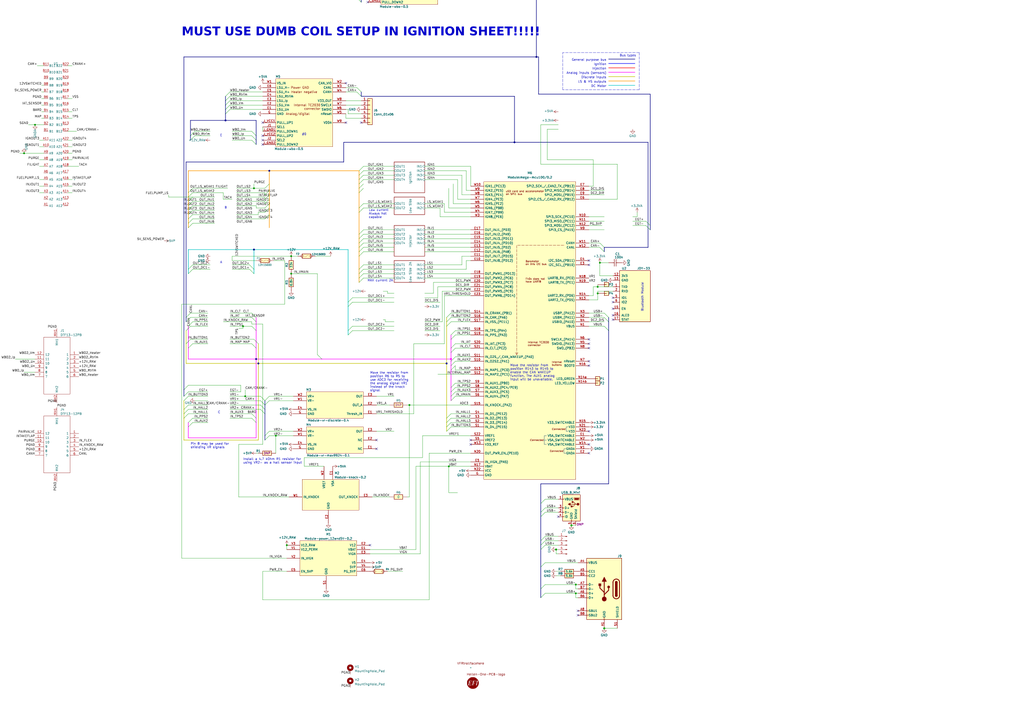
<source format=kicad_sch>
(kicad_sch (version 20230121) (generator eeschema)
  (paper "A2")
  (junction (at 147.32 144.78))
  (junction (at 142.24 229.87))
  (junction (at 140.97 189.23))
  (junction (at 166.37 316.23))
  (junction (at 261.62 208.28) (color 255 0 255 1))
  (junction (at 311.15 33.02))
  (junction (at 147.32 109.22))
  (junction (at 168.91 158.75))
  (junction (at 260.35 270.51))
  (junction (at 350.52 364.49) (diameter 1.016))
  (junction (at 331.47 304.8) (diameter 1.016))
  (junction (at 259.08 210.82))
  (junction (at 347.98 152.4))
  (junction (at 346.71 170.18))
  (junction (at 191.77 -12.7))
  (junction (at 322.58 318.77) (diameter 1.016))
  (junction (at 334.01 344.17))
  (junction (at 20.32 72.39))
  (junction (at 346.71 166.37))
  (junction (at 156.21 99.06))
  (junction (at 149.86 210.82))
  (junction (at 160.02 252.73))
  (junction (at 148.59 208.28))
  (junction (at 168.91 148.59))
  (junction (at 13.97 88.9))
  (junction (at 270.51 -27.94))
  (junction (at 334.01 339.09))
  (junction (at 237.49 234.95))
  (junction (at 130.81 69.85))
  (junction (at 298.45 82.55))
  (no_connect (at 200.66 71.12))
  (no_connect (at 341.63 199.39))
  (no_connect (at 261.62 -34.29))
  (no_connect (at 152.4 71.12))
  (no_connect (at 341.63 250.19))
  (no_connect (at 355.6 182.88))
  (no_connect (at 273.05 257.81))
  (no_connect (at 335.28 356.87))
  (no_connect (at 218.44 260.35))
  (no_connect (at 200.66 48.26))
  (no_connect (at 341.63 196.85))
  (no_connect (at 341.63 201.93))
  (no_connect (at 341.63 209.55))
  (no_connect (at 152.4 81.28))
  (no_connect (at 218.44 255.27))
  (no_connect (at 213.36 -11.43))
  (no_connect (at 209.55 71.12))
  (no_connect (at 214.63 316.23))
  (no_connect (at 270.51 -11.43))
  (no_connect (at 261.62 -11.43))
  (no_connect (at 323.85 299.72))
  (no_connect (at 213.36 -3.81))
  (no_connect (at 355.6 172.72))
  (no_connect (at 341.63 153.67))
  (no_connect (at 341.63 212.09))
  (no_connect (at 152.4 78.74))
  (no_connect (at 355.6 179.07))
  (no_connect (at 341.63 257.81))
  (no_connect (at 355.6 185.42))
  (no_connect (at 152.4 83.82))
  (no_connect (at 213.36 1.27))
  (no_connect (at 341.63 151.13))
  (no_connect (at 355.6 175.26))
  (no_connect (at 213.36 -1.27))
  (no_connect (at 335.28 354.33))
  (no_connect (at 341.63 262.89))
  (no_connect (at 273.05 255.27))
  (bus_entry (at 264.16 227.33) (size -2.54 2.54))
  (bus_entry (at 133.35 60.96) (size -2.54 2.54))
  (bus_entry (at 207.01 -6.35) (size 2.54 2.54))
  (bus_entry (at 261.62 240.03) (size -2.54 2.54))
  (bus_entry (at 350.52 184.15) (size 2.54 2.54) (stroke (width 0.1524)))
  (bus_entry (at 210.82 96.52) (size -2.54 2.54))
  (bus_entry (at 210.82 143.51) (size -2.54 2.54))
  (bus_entry (at 156.21 118.11) (size -2.54 2.54))
  (bus_entry (at 109.22 229.87) (size -2.54 2.54))
  (bus_entry (at 111.76 199.39) (size -2.54 2.54))
  (bus_entry (at 261.62 245.11) (size -2.54 2.54))
  (bus_entry (at 110.49 196.85) (size -2.54 2.54))
  (bus_entry (at 261.62 247.65) (size -2.54 2.54))
  (bus_entry (at 210.82 118.11) (size -2.54 2.54))
  (bus_entry (at 316.23 339.09) (size -2.54 2.54) (stroke (width 0.1524)))
  (bus_entry (at 210.82 153.67) (size -2.54 2.54))
  (bus_entry (at 156.21 124.46) (size -2.54 2.54))
  (bus_entry (at 156.21 106.68) (size -2.54 2.54))
  (bus_entry (at 264.16 224.79) (size -2.54 2.54))
  (bus_entry (at 374.65 130.81) (size 2.54 2.54))
  (bus_entry (at 347.98 140.97) (size 2.54 2.54))
  (bus_entry (at 144.78 153.67) (size 2.54 2.54))
  (bus_entry (at 113.03 76.2) (size -2.54 2.54))
  (bus_entry (at 194.31 -21.59) (size -2.54 2.54))
  (bus_entry (at 111.76 127) (size -2.54 2.54))
  (bus_entry (at 111.76 116.84) (size -2.54 2.54))
  (bus_entry (at 146.05 189.23) (size 2.54 2.54))
  (bus_entry (at 264.16 222.25) (size -2.54 2.54))
  (bus_entry (at 151.13 237.49) (size 2.54 2.54))
  (bus_entry (at 316.23 344.17) (size -2.54 2.54) (stroke (width 0.1524)))
  (bus_entry (at 110.49 184.15) (size -2.54 2.54))
  (bus_entry (at 146.05 76.2) (size 2.54 2.54))
  (bus_entry (at 146.05 199.39) (size 2.54 2.54))
  (bus_entry (at 264.16 201.93) (size -2.54 2.54))
  (bus_entry (at 146.05 181.61) (size 2.54 2.54))
  (bus_entry (at 111.76 111.76) (size -2.54 2.54))
  (bus_entry (at 146.05 81.28) (size 2.54 2.54))
  (bus_entry (at 210.82 146.05) (size -2.54 2.54))
  (bus_entry (at 109.22 234.95) (size -2.54 2.54))
  (bus_entry (at 109.22 227.33) (size -2.54 2.54))
  (bus_entry (at 207.01 53.34) (size 2.54 2.54))
  (bus_entry (at 156.21 110.49) (size -2.54 2.54))
  (bus_entry (at 111.76 109.22) (size -2.54 2.54))
  (bus_entry (at 210.82 156.21) (size -2.54 2.54))
  (bus_entry (at 316.23 311.15) (size -2.54 2.54))
  (bus_entry (at 267.97 -31.75) (size 2.54 2.54))
  (bus_entry (at 110.49 189.23) (size -2.54 2.54))
  (bus_entry (at 194.31 -24.13) (size -2.54 2.54))
  (bus_entry (at 204.47 175.26) (size -2.54 2.54))
  (bus_entry (at 316.23 297.18) (size -2.54 2.54))
  (bus_entry (at 111.76 153.67) (size -2.54 2.54))
  (bus_entry (at 261.62 181.61) (size -2.54 2.54))
  (bus_entry (at 207.01 50.8) (size 2.54 2.54))
  (bus_entry (at 316.23 316.23) (size -2.54 2.54))
  (bus_entry (at 184.15 205.74) (size 2.54 2.54))
  (bus_entry (at 210.82 99.06) (size -2.54 2.54))
  (bus_entry (at 111.76 129.54) (size -2.54 2.54))
  (bus_entry (at 156.21 113.03) (size -2.54 2.54))
  (bus_entry (at 267.97 -29.21) (size 2.54 2.54))
  (bus_entry (at 111.76 124.46) (size -2.54 2.54))
  (bus_entry (at 264.16 207.01) (size -2.54 2.54))
  (bus_entry (at 350.52 181.61) (size 2.54 2.54) (stroke (width 0.1524)))
  (bus_entry (at 194.31 -29.21) (size -2.54 2.54))
  (bus_entry (at 194.31 -26.67) (size -2.54 2.54))
  (bus_entry (at 204.47 172.72) (size -2.54 2.54))
  (bus_entry (at 204.47 191.77) (size -2.54 2.54))
  (bus_entry (at 156.21 252.73) (size -2.54 2.54))
  (bus_entry (at 133.35 63.5) (size -2.54 2.54))
  (bus_entry (at 264.16 212.09) (size -2.54 2.54))
  (bus_entry (at 111.76 121.92) (size -2.54 2.54))
  (bus_entry (at 146.05 240.03) (size 2.54 2.54))
  (bus_entry (at 147.32 196.85) (size 2.54 2.54))
  (bus_entry (at 261.62 184.15) (size -2.54 2.54))
  (bus_entry (at 111.76 186.69) (size -2.54 2.54))
  (bus_entry (at 350.52 189.23) (size 2.54 2.54) (stroke (width 0.1524)))
  (bus_entry (at 146.05 242.57) (size 2.54 2.54))
  (bus_entry (at 156.21 250.19) (size -2.54 2.54))
  (bus_entry (at 261.62 186.69) (size -2.54 2.54))
  (bus_entry (at 264.16 194.31) (size -2.54 2.54))
  (bus_entry (at 210.82 104.14) (size -2.54 2.54))
  (bus_entry (at 316.23 289.56) (size -2.54 2.54))
  (bus_entry (at 210.82 158.75) (size -2.54 2.54))
  (bus_entry (at 151.13 232.41) (size 2.54 2.54))
  (bus_entry (at 374.65 128.27) (size 2.54 2.54))
  (bus_entry (at 111.76 242.57) (size -2.54 2.54))
  (bus_entry (at 210.82 140.97) (size -2.54 2.54))
  (bus_entry (at 144.78 156.21) (size 2.54 2.54))
  (bus_entry (at 210.82 138.43) (size -2.54 2.54))
  (bus_entry (at 210.82 109.22) (size -2.54 2.54))
  (bus_entry (at 264.16 229.87) (size -2.54 2.54))
  (bus_entry (at 173.99 -6.35) (size -2.54 2.54))
  (bus_entry (at 210.82 101.6) (size -2.54 2.54))
  (bus_entry (at 264.16 209.55) (size -2.54 2.54))
  (bus_entry (at 133.35 58.42) (size -2.54 2.54))
  (bus_entry (at 264.16 191.77) (size -2.54 2.54))
  (bus_entry (at 156.21 120.65) (size -2.54 2.54))
  (bus_entry (at 156.21 232.41) (size -2.54 2.54))
  (bus_entry (at 210.82 135.89) (size -2.54 2.54))
  (bus_entry (at 151.13 229.87) (size 2.54 2.54))
  (bus_entry (at 111.76 119.38) (size -2.54 2.54))
  (bus_entry (at 207.01 -3.81) (size 2.54 2.54))
  (bus_entry (at 316.23 326.39) (size -2.54 2.54) (stroke (width 0.1524)))
  (bus_entry (at 113.03 78.74) (size -2.54 2.54))
  (bus_entry (at 207.01 -1.27) (size 2.54 2.54))
  (bus_entry (at 210.82 106.68) (size -2.54 2.54))
  (bus_entry (at 173.99 -3.81) (size -2.54 2.54))
  (bus_entry (at 347.98 143.51) (size 2.54 2.54))
  (bus_entry (at 264.16 199.39) (size -2.54 2.54))
  (bus_entry (at 111.76 156.21) (size -2.54 2.54))
  (bus_entry (at 146.05 78.74) (size 2.54 2.54))
  (bus_entry (at 111.76 245.11) (size -2.54 2.54))
  (bus_entry (at 133.35 53.34) (size -2.54 2.54))
  (bus_entry (at 156.21 115.57) (size -2.54 2.54))
  (bus_entry (at 261.62 242.57) (size -2.54 2.54))
  (bus_entry (at 109.22 223.52) (size -2.54 2.54))
  (bus_entry (at 204.47 189.23) (size -2.54 2.54))
  (bus_entry (at 146.05 184.15) (size 2.54 2.54))
  (bus_entry (at 109.22 240.03) (size -2.54 2.54))
  (bus_entry (at 151.13 234.95) (size 2.54 2.54))
  (bus_entry (at 156.21 229.87) (size -2.54 2.54))
  (bus_entry (at 111.76 114.3) (size -2.54 2.54))
  (bus_entry (at 194.31 -19.05) (size -2.54 2.54))
  (bus_entry (at 109.22 237.49) (size -2.54 2.54))
  (bus_entry (at 133.35 55.88) (size -2.54 2.54))
  (bus_entry (at 210.82 120.65) (size -2.54 2.54))
  (bus_entry (at 210.82 133.35) (size -2.54 2.54))
  (bus_entry (at 110.49 181.61) (size -2.54 2.54))
  (bus_entry (at 316.23 313.69) (size -2.54 2.54))
  (bus_entry (at 316.23 294.64) (size -2.54 2.54))
  (bus_entry (at 210.82 161.29) (size -2.54 2.54))
  (wire (pts (xy 316.23 326.39) (xy 335.28 326.39)))
  (wire (pts (xy 120.65 186.69) (xy 111.76 186.69)))
  (wire (pts (xy 256.54 168.91) (xy 273.05 168.91)))
  (wire (pts (xy 223.52 186.69) (xy 228.6 186.69)))
  (bus (pts (xy 368.3 46.99) (xy 353.06 46.99)) (stroke (width 0.3048) (color 255 153 0 1)))
  (wire (pts (xy 134.62 76.2) (xy 146.05 76.2)))
  (wire (pts (xy 44.45 76.2) (xy 39.37 76.2)))
  (wire (pts (xy 129.54 186.69) (xy 146.05 186.69)))
  (wire (pts (xy 182.88 148.59) (xy 191.77 148.59)))
  (wire (pts (xy 261.62 -19.05) (xy 262.89 -19.05)))
  (bus (pts (xy 313.69 280.67) (xy 313.69 292.1)))
  (wire (pts (xy 200.66 66.04) (xy 200.66 68.58)))
  (wire (pts (xy 195.58 -3.81) (xy 207.01 -3.81)))
  (bus (pts (xy 313.69 316.23) (xy 313.69 318.77)))
  (bus (pts (xy 109.22 156.21) (xy 109.22 144.78)) (stroke (width 0) (color 0 194 194 1)))
  (wire (pts (xy 322.58 318.77) (xy 323.85 318.77)))
  (wire (pts (xy 214.63 318.77) (xy 241.3 318.77)))
  (wire (pts (xy 322.58 331.47) (xy 325.12 331.47)))
  (bus (pts (xy 313.69 280.67) (xy 353.06 280.67)))
  (wire (pts (xy 267.97 113.03) (xy 273.05 113.03)))
  (bus (pts (xy 259.08 242.57) (xy 259.08 245.11)) (stroke (width 0) (color 194 194 0 1)))
  (bus (pts (xy 313.69 328.93) (xy 313.69 341.63)))
  (wire (pts (xy 255.27 120.65) (xy 246.38 120.65)))
  (wire (pts (xy 129.54 115.57) (xy 134.62 115.57)))
  (wire (pts (xy 137.16 111.76) (xy 153.67 111.76)))
  (wire (pts (xy 246.38 158.75) (xy 273.05 158.75)))
  (bus (pts (xy 368.3 44.45) (xy 353.06 44.45)) (stroke (width 0.3048) (color 194 194 0 1)))
  (wire (pts (xy 120.65 229.87) (xy 109.22 229.87)))
  (bus (pts (xy 208.28 135.89) (xy 208.28 138.43)) (stroke (width 0) (color 255 153 0 1)))
  (wire (pts (xy 24.13 64.77) (xy 25.4 64.77)))
  (wire (pts (xy 105.41 176.53) (xy 165.1 176.53)))
  (wire (pts (xy 153.67 120.65) (xy 148.59 120.65)))
  (wire (pts (xy 367.03 125.73) (xy 369.57 125.73)))
  (wire (pts (xy 256.54 186.69) (xy 256.54 168.91)))
  (bus (pts (xy 350.52 143.51) (xy 375.92 143.51)))
  (wire (pts (xy 367.03 128.27) (xy 374.65 128.27)))
  (wire (pts (xy 344.17 107.95) (xy 344.17 92.71)))
  (wire (pts (xy 273.05 125.73) (xy 255.27 125.73)))
  (wire (pts (xy 111.76 114.3) (xy 124.46 114.3)))
  (wire (pts (xy 261.62 247.65) (xy 273.05 247.65)))
  (bus (pts (xy 208.28 104.14) (xy 208.28 106.68)) (stroke (width 0) (color 255 153 0 1)))
  (wire (pts (xy 267.97 101.6) (xy 267.97 113.03)))
  (bus (pts (xy 156.21 113.03) (xy 156.21 115.57)) (stroke (width 0) (color 255 153 0 1)))
  (wire (pts (xy 152.4 347.98) (xy 248.92 347.98)))
  (wire (pts (xy 246.38 96.52) (xy 273.05 96.52)))
  (wire (pts (xy 264.16 214.63) (xy 264.16 212.09)))
  (wire (pts (xy 41.91 57.15) (xy 39.37 57.15)))
  (wire (pts (xy 341.63 173.99) (xy 346.71 173.99)))
  (bus (pts (xy 208.28 143.51) (xy 208.28 146.05)) (stroke (width 0) (color 255 153 0 1)))
  (polyline (pts (xy 370.84 30.48) (xy 326.39 30.48)) (stroke (width 0) (type dash)))
  (bus (pts (xy 153.67 234.95) (xy 153.67 237.49)))
  (wire (pts (xy 334.01 344.17) (xy 316.23 344.17)))
  (wire (pts (xy 210.82 120.65) (xy 228.6 120.65)))
  (wire (pts (xy 120.65 245.11) (xy 111.76 245.11)))
  (wire (pts (xy 260.35 285.75) (xy 265.43 285.75)))
  (bus (pts (xy 377.19 54.61) (xy 377.19 130.81)))
  (wire (pts (xy 200.66 58.42) (xy 209.55 58.42)))
  (bus (pts (xy 109.22 189.23) (xy 109.22 201.93)) (stroke (width 0) (color 255 0 255 1)))
  (bus (pts (xy 156.21 118.11) (xy 156.21 120.65)) (stroke (width 0) (color 255 153 0 1)))
  (bus (pts (xy 130.81 66.04) (xy 130.81 69.85)))
  (wire (pts (xy 218.44 240.03) (xy 240.03 240.03)))
  (wire (pts (xy 223.52 185.42) (xy 223.52 186.69)))
  (wire (pts (xy 264.16 207.01) (xy 273.05 207.01)))
  (wire (pts (xy 24.13 68.58) (xy 25.4 68.58)))
  (wire (pts (xy 210.82 99.06) (xy 228.6 99.06)))
  (bus (pts (xy 208.28 106.68) (xy 208.28 109.22)) (stroke (width 0) (color 255 153 0 1)))
  (bus (pts (xy 191.77 -21.59) (xy 191.77 -19.05)))
  (wire (pts (xy 160.02 252.73) (xy 170.18 252.73)))
  (wire (pts (xy 195.58 -1.27) (xy 207.01 -1.27)))
  (wire (pts (xy 152.4 187.96) (xy 152.4 257.81)))
  (wire (pts (xy 346.71 168.91) (xy 346.71 170.18)))
  (wire (pts (xy 346.71 168.91) (xy 355.6 168.91)))
  (polyline (pts (xy 370.84 52.07) (xy 326.39 52.07)) (stroke (width 0) (type dash)))
  (wire (pts (xy 246.38 140.97) (xy 273.05 140.97)))
  (bus (pts (xy 199.39 82.55) (xy 199.39 93.98)))
  (wire (pts (xy 140.97 190.5) (xy 140.97 189.23)))
  (wire (pts (xy 120.65 181.61) (xy 110.49 181.61)))
  (wire (pts (xy 346.71 166.37) (xy 355.6 166.37)))
  (bus (pts (xy 259.08 189.23) (xy 259.08 210.82)) (stroke (width 0) (color 194 194 0 1)))
  (bus (pts (xy 377.19 130.81) (xy 377.19 133.35)))
  (wire (pts (xy 138.43 190.5) (xy 140.97 190.5)))
  (bus (pts (xy 109.22 144.78) (xy 147.32 144.78)) (stroke (width 0) (color 0 194 194 1)))
  (wire (pts (xy 109.22 114.3) (xy 111.76 114.3)))
  (wire (pts (xy 210.82 135.89) (xy 228.6 135.89)))
  (wire (pts (xy 24.13 60.96) (xy 25.4 60.96)))
  (wire (pts (xy 251.46 170.18) (xy 251.46 163.83)))
  (bus (pts (xy 156.21 124.46) (xy 156.21 132.08)) (stroke (width 0) (color 255 153 0 1)))
  (wire (pts (xy 251.46 163.83) (xy 273.05 163.83)))
  (wire (pts (xy 182.88 -6.35) (xy 173.99 -6.35)))
  (bus (pts (xy 208.28 99.06) (xy 156.21 99.06)) (stroke (width 0) (color 255 153 0 1)))
  (bus (pts (xy 148.59 242.57) (xy 148.59 245.11)) (stroke (width 0) (color 255 0 255 1)))
  (wire (pts (xy 160.02 252.73) (xy 160.02 262.89)))
  (wire (pts (xy 204.47 191.77) (xy 228.6 191.77)))
  (wire (pts (xy 270.51 156.21) (xy 270.51 151.13)))
  (wire (pts (xy 20.32 72.39) (xy 25.4 72.39)))
  (bus (pts (xy 209.55 -1.27) (xy 209.55 1.27)))
  (wire (pts (xy 246.38 143.51) (xy 273.05 143.51)))
  (wire (pts (xy 149.86 123.19) (xy 153.67 123.19)))
  (wire (pts (xy 341.63 189.23) (xy 350.52 189.23)))
  (wire (pts (xy 240.03 199.39) (xy 257.81 199.39)))
  (wire (pts (xy 8.89 208.28) (xy 20.32 208.28)))
  (wire (pts (xy 347.98 140.97) (xy 341.63 140.97)))
  (wire (pts (xy 22.86 85.09) (xy 25.4 85.09)))
  (bus (pts (xy 313.69 292.1) (xy 313.69 297.18)))
  (wire (pts (xy 226.06 288.29) (xy 215.9 288.29)))
  (wire (pts (xy 246.38 170.18) (xy 251.46 170.18)))
  (wire (pts (xy 241.3 270.51) (xy 260.35 270.51)))
  (wire (pts (xy 369.57 125.73) (xy 369.57 123.19)))
  (wire (pts (xy 341.63 125.73) (xy 350.52 125.73)))
  (wire (pts (xy 260.35 270.51) (xy 273.05 270.51)))
  (wire (pts (xy 264.16 227.33) (xy 273.05 227.33)))
  (wire (pts (xy 323.85 311.15) (xy 316.23 311.15)))
  (wire (pts (xy 110.49 196.85) (xy 120.65 196.85)))
  (bus (pts (xy 109.22 111.76) (xy 109.22 114.3)) (stroke (width 0) (color 255 153 0 1)))
  (wire (pts (xy 344.17 92.71) (xy 317.5 92.71)))
  (bus (pts (xy 191.77 -26.67) (xy 191.77 -24.13)))
  (bus (pts (xy 109.22 201.93) (xy 109.22 208.28)) (stroke (width 0) (color 255 0 255 1)))
  (wire (pts (xy 240.03 240.03) (xy 240.03 199.39)))
  (wire (pts (xy 147.32 106.68) (xy 147.32 109.22)))
  (wire (pts (xy 265.43 104.14) (xy 265.43 115.57)))
  (wire (pts (xy 218.44 234.95) (xy 226.06 234.95)))
  (bus (pts (xy 298.45 55.88) (xy 298.45 82.55)))
  (wire (pts (xy 246.38 153.67) (xy 267.97 153.67)))
  (bus (pts (xy 109.22 124.46) (xy 109.22 127)) (stroke (width 0) (color 255 153 0 1)))
  (bus (pts (xy 148.59 186.69) (xy 148.59 191.77)) (stroke (width 0) (color 255 0 255 1)))
  (wire (pts (xy 262.89 -16.51) (xy 270.51 -16.51)))
  (wire (pts (xy 134.62 151.13) (xy 148.59 151.13)))
  (bus (pts (xy 106.68 33.02) (xy 311.15 33.02)))
  (wire (pts (xy 16.51 72.39) (xy 20.32 72.39)))
  (bus (pts (xy 311.15 -27.94) (xy 311.15 33.02)))
  (wire (pts (xy 195.58 -6.35) (xy 207.01 -6.35)))
  (wire (pts (xy 133.35 237.49) (xy 151.13 237.49)))
  (wire (pts (xy 262.89 118.11) (xy 273.05 118.11)))
  (wire (pts (xy 140.97 189.23) (xy 146.05 189.23)))
  (wire (pts (xy 133.35 229.87) (xy 142.24 229.87)))
  (wire (pts (xy 358.14 95.25) (xy 313.69 95.25)))
  (wire (pts (xy 246.38 189.23) (xy 255.27 189.23)))
  (wire (pts (xy 129.54 111.76) (xy 129.54 115.57)))
  (bus (pts (xy 208.28 120.65) (xy 208.28 123.19)) (stroke (width 0) (color 255 153 0 1)))
  (wire (pts (xy 21.59 38.1) (xy 25.4 38.1)))
  (wire (pts (xy 254 166.37) (xy 273.05 166.37)))
  (bus (pts (xy 208.28 146.05) (xy 208.28 148.59)) (stroke (width 0) (color 255 153 0 1)))
  (wire (pts (xy 261.62 181.61) (xy 273.05 181.61)))
  (wire (pts (xy 110.49 189.23) (xy 120.65 189.23)))
  (wire (pts (xy 261.62 -21.59) (xy 270.51 -21.59)))
  (wire (pts (xy 133.35 55.88) (xy 152.4 55.88)))
  (wire (pts (xy 254 217.17) (xy 273.05 217.17)))
  (wire (pts (xy 346.71 165.1) (xy 346.71 166.37)))
  (bus (pts (xy 148.59 69.85) (xy 130.81 69.85)))
  (wire (pts (xy 200.66 63.5) (xy 201.93 63.5)))
  (bus (pts (xy 209.55 -12.7) (xy 209.55 -3.81)))
  (wire (pts (xy 344.17 171.45) (xy 341.63 171.45)))
  (wire (pts (xy 237.49 234.95) (xy 273.05 234.95)))
  (wire (pts (xy 133.35 181.61) (xy 146.05 181.61)))
  (bus (pts (xy 156.21 106.68) (xy 156.21 110.49)) (stroke (width 0) (color 255 153 0 1)))
  (bus (pts (xy 130.81 58.42) (xy 130.81 60.96)))
  (wire (pts (xy 120.65 199.39) (xy 111.76 199.39)))
  (wire (pts (xy 194.31 -19.05) (xy 213.36 -19.05)))
  (wire (pts (xy 341.63 115.57) (xy 358.14 115.57)))
  (bus (pts (xy 186.69 208.28) (xy 261.62 208.28)) (stroke (width 0) (color 255 0 255 1)))
  (wire (pts (xy 323.85 316.23) (xy 316.23 316.23)))
  (bus (pts (xy 208.28 123.19) (xy 208.28 135.89)) (stroke (width 0) (color 255 153 0 1)))
  (wire (pts (xy 267.97 153.67) (xy 267.97 148.59)))
  (wire (pts (xy 341.63 110.49) (xy 350.52 110.49)))
  (wire (pts (xy 257.81 118.11) (xy 257.81 123.19)))
  (bus (pts (xy 191.77 -12.7) (xy 171.45 -12.7)))
  (wire (pts (xy 260.35 109.22) (xy 260.35 120.65)))
  (wire (pts (xy 137.16 114.3) (xy 153.67 114.3)))
  (bus (pts (xy 191.77 -24.13) (xy 191.77 -21.59)))
  (wire (pts (xy 246.38 138.43) (xy 273.05 138.43)))
  (wire (pts (xy 224.79 331.47) (xy 233.68 331.47)))
  (bus (pts (xy 171.45 -3.81) (xy 171.45 -1.27)))
  (wire (pts (xy 153.67 111.76) (xy 153.67 113.03)))
  (wire (pts (xy 246.38 172.72) (xy 254 172.72)))
  (wire (pts (xy 39.37 81.28) (xy 41.91 81.28)))
  (wire (pts (xy 168.91 158.75) (xy 184.15 158.75)))
  (wire (pts (xy 210.82 143.51) (xy 228.6 143.51)))
  (wire (pts (xy 210.82 101.6) (xy 228.6 101.6)))
  (wire (pts (xy 267.97 -31.75) (xy 261.62 -31.75)))
  (bus (pts (xy 353.06 184.15) (xy 353.06 186.69)))
  (bus (pts (xy 199.39 93.98) (xy 107.95 93.98)))
  (bus (pts (xy 191.77 -19.05) (xy 191.77 -16.51)))
  (bus (pts (xy 261.62 224.79) (xy 261.62 227.33)) (stroke (width 0) (color 255 0 255 1)))
  (wire (pts (xy 120.65 242.57) (xy 111.76 242.57)))
  (wire (pts (xy 133.35 184.15) (xy 146.05 184.15)))
  (wire (pts (xy 246.38 146.05) (xy 273.05 146.05)))
  (wire (pts (xy 133.35 58.42) (xy 152.4 58.42)))
  (wire (pts (xy 137.16 119.38) (xy 148.59 119.38)))
  (wire (pts (xy 257.81 123.19) (xy 273.05 123.19)))
  (wire (pts (xy 262.89 -19.05) (xy 262.89 -16.51)))
  (bus (pts (xy 209.55 55.88) (xy 298.45 55.88)))
  (bus (pts (xy 109.22 114.3) (xy 109.22 116.84)) (stroke (width 0) (color 255 153 0 1)))
  (bus (pts (xy 148.59 81.28) (xy 148.59 83.82)))
  (wire (pts (xy 153.67 114.3) (xy 153.67 115.57)))
  (wire (pts (xy 111.76 109.22) (xy 132.08 109.22)))
  (wire (pts (xy 267.97 -29.21) (xy 261.62 -29.21)))
  (bus (pts (xy 259.08 247.65) (xy 259.08 250.19)) (stroke (width 0) (color 194 194 0 1)))
  (wire (pts (xy 142.24 226.06) (xy 142.24 229.87)))
  (wire (pts (xy 207.01 53.34) (xy 200.66 53.34)))
  (wire (pts (xy 194.31 -26.67) (xy 213.36 -26.67)))
  (bus (pts (xy 298.45 82.55) (xy 199.39 82.55)))
  (wire (pts (xy 134.62 156.21) (xy 144.78 156.21)))
  (wire (pts (xy 22.86 107.95) (xy 25.4 107.95)))
  (bus (pts (xy 208.28 148.59) (xy 208.28 156.21)) (stroke (width 0) (color 255 153 0 1)))
  (wire (pts (xy 142.24 229.87) (xy 151.13 229.87)))
  (wire (pts (xy 218.44 229.87) (xy 228.6 229.87)))
  (wire (pts (xy 341.63 113.03) (xy 350.52 113.03)))
  (bus (pts (xy 110.49 69.85) (xy 110.49 78.74)))
  (wire (pts (xy 41.91 38.1) (xy 39.37 38.1)))
  (wire (pts (xy 248.92 262.89) (xy 273.05 262.89)))
  (wire (pts (xy 243.84 321.31) (xy 243.84 267.97)))
  (wire (pts (xy 210.82 104.14) (xy 228.6 104.14)))
  (wire (pts (xy 147.32 109.22) (xy 153.67 109.22)))
  (bus (pts (xy 312.42 54.61) (xy 377.19 54.61)))
  (wire (pts (xy 224.79 168.91) (xy 224.79 170.18)))
  (wire (pts (xy 138.43 288.29) (xy 138.43 257.81)))
  (wire (pts (xy 22.86 92.71) (xy 25.4 92.71)))
  (bus (pts (xy 261.62 209.55) (xy 261.62 212.09)) (stroke (width 0) (color 255 0 255 1)))
  (wire (pts (xy 137.16 116.84) (xy 153.67 116.84)))
  (wire (pts (xy 346.71 170.18) (xy 346.71 173.99)))
  (wire (pts (xy 152.4 347.98) (xy 152.4 331.47)))
  (wire (pts (xy 347.98 143.51) (xy 341.63 143.51)))
  (bus (pts (xy 109.22 121.92) (xy 109.22 124.46)) (stroke (width 0) (color 255 153 0 1)))
  (wire (pts (xy 260.35 270.51) (xy 260.35 285.75)))
  (wire (pts (xy 210.82 133.35) (xy 228.6 133.35)))
  (wire (pts (xy 335.28 341.63) (xy 334.01 341.63)))
  (wire (pts (xy 39.37 104.14) (xy 41.91 104.14)))
  (wire (pts (xy 246.38 101.6) (xy 267.97 101.6)))
  (wire (pts (xy 153.67 116.84) (xy 153.67 118.11)))
  (wire (pts (xy 317.5 74.93) (xy 323.85 74.93)))
  (wire (pts (xy 137.16 124.46) (xy 149.86 124.46)))
  (wire (pts (xy 13.97 215.9) (xy 20.32 215.9)))
  (polyline (pts (xy 370.84 30.48) (xy 370.84 52.07)) (stroke (width 0) (type dash)))
  (wire (pts (xy 133.35 60.96) (xy 152.4 60.96)))
  (bus (pts (xy 201.93 191.77) (xy 201.93 194.31)) (stroke (width 0) (color 0 194 194 1)))
  (bus (pts (xy 149.86 199.39) (xy 149.86 210.82)) (stroke (width 0) (color 194 194 0 1)))
  (bus (pts (xy 208.28 101.6) (xy 208.28 104.14)) (stroke (width 0) (color 255 153 0 1)))
  (wire (pts (xy 341.63 107.95) (xy 344.17 107.95)))
  (wire (pts (xy 236.22 288.29) (xy 237.49 288.29)))
  (wire (pts (xy 24.13 49.53) (xy 25.4 49.53)))
  (bus (pts (xy 156.21 115.57) (xy 156.21 118.11)) (stroke (width 0) (color 255 153 0 1)))
  (wire (pts (xy 156.21 232.41) (xy 170.18 232.41)))
  (bus (pts (xy 148.59 184.15) (xy 148.59 186.69)) (stroke (width 0) (color 255 0 255 1)))
  (bus (pts (xy 109.22 99.06) (xy 109.22 111.76)) (stroke (width 0) (color 255 153 0 1)))
  (wire (pts (xy 200.66 60.96) (xy 209.55 60.96)))
  (bus (pts (xy 313.69 297.18) (xy 313.69 299.72)))
  (wire (pts (xy 261.62 240.03) (xy 273.05 240.03)))
  (wire (pts (xy 246.38 156.21) (xy 270.51 156.21)))
  (bus (pts (xy 368.3 34.29) (xy 353.06 34.29)))
  (wire (pts (xy 133.35 196.85) (xy 147.32 196.85)))
  (bus (pts (xy 208.28 156.21) (xy 208.28 158.75)) (stroke (width 0) (color 255 153 0 1)))
  (bus (pts (xy 201.93 175.26) (xy 201.93 177.8)) (stroke (width 0) (color 0 194 194 1)))
  (bus (pts (xy 149.86 255.27) (xy 106.68 255.27)) (stroke (width 0) (color 194 194 0 1)))
  (wire (pts (xy 245.11 265.43) (xy 176.53 265.43)))
  (wire (pts (xy 137.16 127) (xy 153.67 127)))
  (wire (pts (xy 138.43 288.29) (xy 167.64 288.29)))
  (wire (pts (xy 210.82 138.43) (xy 228.6 138.43)))
  (bus (pts (xy 153.67 255.27) (xy 153.67 252.73)))
  (wire (pts (xy 111.76 111.76) (xy 129.54 111.76)))
  (wire (pts (xy 261.62 242.57) (xy 273.05 242.57)))
  (wire (pts (xy 257.81 171.45) (xy 273.05 171.45)))
  (bus (pts (xy 261.62 229.87) (xy 261.62 232.41)) (stroke (width 0) (color 255 0 255 1)))
  (wire (pts (xy 323.85 313.69) (xy 316.23 313.69)))
  (bus (pts (xy 109.22 127) (xy 109.22 129.54)) (stroke (width 0) (color 255 153 0 1)))
  (wire (pts (xy 39.37 92.71) (xy 41.91 92.71)))
  (wire (pts (xy 156.21 252.73) (xy 160.02 252.73)))
  (wire (pts (xy 322.58 334.01) (xy 325.12 334.01)))
  (bus (pts (xy 130.81 55.88) (xy 130.81 58.42)))
  (wire (pts (xy 265.43 115.57) (xy 273.05 115.57)))
  (wire (pts (xy 246.38 99.06) (xy 270.51 99.06)))
  (wire (pts (xy 260.35 120.65) (xy 273.05 120.65)))
  (wire (pts (xy 176.53 270.51) (xy 187.96 270.51)))
  (wire (pts (xy 41.91 64.77) (xy 39.37 64.77)))
  (wire (pts (xy 124.46 116.84) (xy 111.76 116.84)))
  (bus (pts (xy 208.28 161.29) (xy 208.28 163.83)) (stroke (width 0) (color 255 153 0 1)))
  (wire (pts (xy 134.62 148.59) (xy 134.62 151.13)))
  (bus (pts (xy 147.32 144.78) (xy 201.93 144.78)) (stroke (width 0) (color 0 194 194 1)))
  (wire (pts (xy 204.47 189.23) (xy 228.6 189.23)))
  (wire (pts (xy 214.63 321.31) (xy 243.84 321.31)))
  (bus (pts (xy 153.67 232.41) (xy 153.67 234.95)))
  (wire (pts (xy 210.82 146.05) (xy 228.6 146.05)))
  (wire (pts (xy 347.98 152.4) (xy 347.98 160.02)))
  (wire (pts (xy 22.86 104.14) (xy 25.4 104.14)))
  (wire (pts (xy 105.41 323.85) (xy 105.41 176.53)))
  (wire (pts (xy 241.3 318.77) (xy 241.3 270.51)))
  (wire (pts (xy 322.58 321.31) (xy 322.58 318.77)))
  (wire (pts (xy 133.35 199.39) (xy 146.05 199.39)))
  (wire (pts (xy 264.16 229.87) (xy 273.05 229.87)))
  (wire (pts (xy 134.62 78.74) (xy 146.05 78.74)))
  (wire (pts (xy 24.13 57.15) (xy 25.4 57.15)))
  (wire (pts (xy 133.35 63.5) (xy 152.4 63.5)))
  (bus (pts (xy 261.62 204.47) (xy 261.62 208.28)) (stroke (width 0) (color 255 0 255 1)))
  (wire (pts (xy 237.49 234.95) (xy 237.49 288.29)))
  (bus (pts (xy 259.08 186.69) (xy 259.08 189.23)) (stroke (width 0) (color 194 194 0 1)))
  (wire (pts (xy 133.35 53.34) (xy 152.4 53.34)))
  (wire (pts (xy 222.25 168.91) (xy 224.79 168.91)))
  (wire (pts (xy 334.01 339.09) (xy 316.23 339.09)))
  (wire (pts (xy 166.37 316.23) (xy 166.37 318.77)))
  (wire (pts (xy 39.37 88.9) (xy 41.91 88.9)))
  (bus (pts (xy 368.3 49.53) (xy 353.06 49.53)) (stroke (width 0.3048) (color 0 194 194 1)))
  (wire (pts (xy 313.69 95.25) (xy 313.69 72.39)))
  (bus (pts (xy 208.28 99.06) (xy 208.28 101.6)) (stroke (width 0) (color 255 153 0 1)))
  (bus (pts (xy 148.59 69.85) (xy 148.59 78.74)))
  (bus (pts (xy 130.81 60.96) (xy 130.81 63.5)))
  (bus (pts (xy 156.21 120.65) (xy 156.21 124.46)) (stroke (width 0) (color 255 153 0 1)))
  (wire (pts (xy 246.38 104.14) (xy 265.43 104.14)))
  (wire (pts (xy 39.37 111.76) (xy 41.91 111.76)))
  (wire (pts (xy 248.92 347.98) (xy 248.92 262.89)))
  (wire (pts (xy 22.86 96.52) (xy 25.4 96.52)))
  (bus (pts (xy 109.22 158.75) (xy 109.22 156.21)) (stroke (width 0) (color 0 194 194 1)))
  (wire (pts (xy 358.14 364.49) (xy 350.52 364.49)))
  (wire (pts (xy 344.17 166.37) (xy 346.71 166.37)))
  (wire (pts (xy 97.79 113.03) (xy 97.79 114.3)))
  (wire (pts (xy 264.16 191.77) (xy 273.05 191.77)))
  (bus (pts (xy 107.95 184.15) (xy 107.95 186.69)))
  (bus (pts (xy 191.77 -16.51) (xy 191.77 -12.7)))
  (wire (pts (xy 257.81 199.39) (xy 257.81 171.45)))
  (wire (pts (xy 313.69 72.39) (xy 323.85 72.39)))
  (bus (pts (xy 270.51 -29.21) (xy 270.51 -27.94)))
  (wire (pts (xy 264.16 194.31) (xy 273.05 194.31)))
  (bus (pts (xy 148.59 208.28) (xy 148.59 242.57)) (stroke (width 0) (color 255 0 255 1)))
  (bus (pts (xy 368.3 39.37) (xy 353.06 39.37)) (stroke (width 0.3048) (color 255 0 0 1)))
  (wire (pts (xy 121.92 156.21) (xy 111.76 156.21)))
  (wire (pts (xy 344.17 166.37) (xy 344.17 171.45)))
  (wire (pts (xy 341.63 128.27) (xy 350.52 128.27)))
  (wire (pts (xy 341.63 184.15) (xy 350.52 184.15)))
  (polyline (pts (xy 326.39 52.07) (xy 326.39 30.48)) (stroke (width 0) (type dash)))
  (wire (pts (xy 264.16 224.79) (xy 273.05 224.79)))
  (wire (pts (xy 264.16 201.93) (xy 273.05 201.93)))
  (wire (pts (xy 267.97 148.59) (xy 273.05 148.59)))
  (bus (pts (xy 261.62 227.33) (xy 261.62 229.87)) (stroke (width 0) (color 255 0 255 1)))
  (wire (pts (xy 41.91 68.58) (xy 39.37 68.58)))
  (wire (pts (xy 246.38 135.89) (xy 273.05 135.89)))
  (wire (pts (xy 222.25 185.42) (xy 223.52 185.42)))
  (bus (pts (xy 109.22 129.54) (xy 109.22 132.08)) (stroke (width 0) (color 255 153 0 1)))
  (bus (pts (xy 148.59 208.28) (xy 186.69 208.28)) (stroke (width 0) (color 255 0 255 1)))
  (bus (pts (xy 353.06 186.69) (xy 353.06 191.77)))
  (wire (pts (xy 204.47 172.72) (xy 228.6 172.72)))
  (wire (pts (xy 341.63 186.69) (xy 350.52 186.69)))
  (wire (pts (xy 133.35 234.95) (xy 151.13 234.95)))
  (wire (pts (xy 97.79 114.3) (xy 109.22 114.3)))
  (bus (pts (xy 106.68 229.87) (xy 106.68 226.06)))
  (bus (pts (xy 375.92 143.51) (xy 375.92 82.55)))
  (wire (pts (xy 335.28 339.09) (xy 334.01 339.09)))
  (wire (pts (xy 39.37 96.52) (xy 45.72 96.52)))
  (bus (pts (xy 109.22 116.84) (xy 109.22 119.38)) (stroke (width 0) (color 255 153 0 1)))
  (wire (pts (xy 39.37 107.95) (xy 41.91 107.95)))
  (wire (pts (xy 261.62 -16.51) (xy 261.62 -13.97)))
  (wire (pts (xy 39.37 85.09) (xy 41.91 85.09)))
  (wire (pts (xy 194.31 -29.21) (xy 213.36 -29.21)))
  (bus (pts (xy 368.3 41.91) (xy 353.06 41.91)) (stroke (width 0.3048) (color 255 0 255 1)))
  (bus (pts (xy 259.08 245.11) (xy 259.08 247.65)) (stroke (width 0) (color 194 194 0 1)))
  (wire (pts (xy 341.63 181.61) (xy 350.52 181.61)))
  (wire (pts (xy 152.4 331.47) (xy 166.37 331.47)))
  (wire (pts (xy 138.43 257.81) (xy 152.4 257.81)))
  (wire (pts (xy 341.63 133.35) (xy 350.52 133.35)))
  (bus (pts (xy 107.95 191.77) (xy 107.95 199.39)) (stroke (width 0) (color 194 194 0 1)))
  (bus (pts (xy 261.62 196.85) (xy 261.62 201.93)) (stroke (width 0) (color 255 0 255 1)))
  (wire (pts (xy 134.62 153.67) (xy 144.78 153.67)))
  (wire (pts (xy 224.79 170.18) (xy 228.6 170.18)))
  (bus (pts (xy 106.68 242.57) (xy 106.68 255.27)) (stroke (width 0) (color 194 194 0 1)))
  (bus (pts (xy 109.22 208.28) (xy 148.59 208.28)) (stroke (width 0) (color 255 0 255 1)))
  (wire (pts (xy 317.5 92.71) (xy 317.5 74.93)))
  (wire (pts (xy 334.01 341.63) (xy 334.01 339.09)))
  (bus (pts (xy 313.69 318.77) (xy 313.69 328.93)))
  (bus (pts (xy 313.69 299.72) (xy 313.69 313.69)))
  (wire (pts (xy 133.35 242.57) (xy 146.05 242.57)))
  (wire (pts (xy 270.51 151.13) (xy 273.05 151.13)))
  (bus (pts (xy 106.68 226.06) (xy 106.68 33.02)))
  (wire (pts (xy 109.22 223.52) (xy 139.7 223.52)))
  (wire (pts (xy 105.41 323.85) (xy 166.37 323.85)))
  (wire (pts (xy 335.28 344.17) (xy 334.01 344.17)))
  (wire (pts (xy 270.51 99.06) (xy 270.51 110.49)))
  (wire (pts (xy 134.62 148.59) (xy 168.91 148.59)))
  (wire (pts (xy 184.15 158.75) (xy 184.15 205.74)))
  (wire (pts (xy 133.35 189.23) (xy 140.97 189.23)))
  (bus (pts (xy 149.86 210.82) (xy 149.86 255.27)) (stroke (width 0) (color 194 194 0 1)))
  (wire (pts (xy 273.05 214.63) (xy 264.16 214.63)))
  (wire (pts (xy 210.82 118.11) (xy 228.6 118.11)))
  (wire (pts (xy 124.46 121.92) (xy 111.76 121.92)))
  (wire (pts (xy 176.53 265.43) (xy 176.53 270.51)))
  (wire (pts (xy 194.31 -24.13) (xy 213.36 -24.13)))
  (bus (pts (xy 148.59 78.74) (xy 148.59 81.28)))
  (wire (pts (xy 335.28 346.71) (xy 334.01 346.71)))
  (bus (pts (xy 148.59 191.77) (xy 148.59 201.93)) (stroke (width 0) (color 255 0 255 1)))
  (wire (pts (xy 255.27 125.73) (xy 255.27 120.65)))
  (bus (pts (xy 312.42 33.02) (xy 312.42 54.61)))
  (wire (pts (xy 261.62 245.11) (xy 273.05 245.11)))
  (wire (pts (xy 264.16 222.25) (xy 273.05 222.25)))
  (wire (pts (xy 24.13 53.34) (xy 25.4 53.34)))
  (wire (pts (xy 316.23 289.56) (xy 323.85 289.56)))
  (wire (pts (xy 120.65 234.95) (xy 109.22 234.95)))
  (wire (pts (xy 347.98 160.02) (xy 355.6 160.02)))
  (wire (pts (xy 120.65 184.15) (xy 110.49 184.15)))
  (bus (pts (xy 153.67 252.73) (xy 153.67 240.03)))
  (bus (pts (xy 259.08 210.82) (xy 149.86 210.82)) (stroke (width 0) (color 194 194 0 1)))
  (bus (pts (xy 209.55 53.34) (xy 209.55 55.88)))
  (bus (pts (xy 270.51 -27.94) (xy 311.15 -27.94)))
  (bus (pts (xy 107.95 199.39) (xy 107.95 210.82)) (stroke (width 0) (color 194 194 0 1)))
  (bus (pts (xy 368.3 36.83) (xy 353.06 36.83)) (stroke (width 0.3048) (color 0 0 255 1)))
  (bus (pts (xy 261.62 194.31) (xy 261.62 196.85)) (stroke (width 0) (color 255 0 255 1)))
  (bus (pts (xy 130.81 63.5) (xy 130.81 66.04)))
  (wire (pts (xy 201.93 66.04) (xy 209.55 66.04)))
  (wire (pts (xy 254 172.72) (xy 254 166.37)))
  (wire (pts (xy 113.03 232.41) (xy 120.65 232.41)))
  (wire (pts (xy 264.16 209.55) (xy 273.05 209.55)))
  (wire (pts (xy 334.01 304.8) (xy 331.47 304.8)))
  (wire (pts (xy 148.59 120.65) (xy 148.59 119.38)))
  (bus (pts (xy 147.32 144.78) (xy 147.32 156.21)) (stroke (width 0) (color 0 194 194 1)))
  (wire (pts (xy 124.46 129.54) (xy 111.76 129.54)))
  (bus (pts (xy 148.59 254) (xy 109.22 254)) (stroke (width 0) (color 255 0 255 1)))
  (wire (pts (xy 246.38 175.26) (xy 255.27 175.26)))
  (wire (pts (xy 273.05 96.52) (xy 273.05 107.95)))
  (bus (pts (xy 109.22 247.65) (xy 109.22 254)) (stroke (width 0) (color 255 0 255 1)))
  (wire (pts (xy 261.62 186.69) (xy 273.05 186.69)))
  (wire (pts (xy 133.35 232.41) (xy 151.13 232.41)))
  (bus (pts (xy 110.49 78.74) (xy 110.49 81.28)))
  (wire (pts (xy 11.43 88.9) (xy 13.97 88.9)))
  (wire (pts (xy 204.47 175.26) (xy 228.6 175.26)))
  (wire (pts (xy 323.85 297.18) (xy 316.23 297.18)))
  (wire (pts (xy 148.59 262.89) (xy 149.86 262.89)))
  (bus (pts (xy 109.22 99.06) (xy 156.21 99.06)) (stroke (width 0) (color 255 153 0 1)))
  (bus (pts (xy 106.68 237.49) (xy 106.68 240.03)) (stroke (width 0) (color 194 194 0 1)))
  (wire (pts (xy 246.38 186.69) (xy 256.54 186.69)))
  (bus (pts (xy 106.68 240.03) (xy 106.68 242.57)) (stroke (width 0) (color 194 194 0 1)))
  (bus (pts (xy 107.95 93.98) (xy 107.95 184.15)))
  (bus (pts (xy 148.59 201.93) (xy 148.59 208.28)) (stroke (width 0) (color 255 0 255 1)))
  (wire (pts (xy 245.11 252.73) (xy 273.05 252.73)))
  (bus (pts (xy 109.22 119.38) (xy 109.22 121.92)) (stroke (width 0) (color 255 153 0 1)))
  (wire (pts (xy 213.36 -8.89) (xy 213.36 -6.35)))
  (bus (pts (xy 208.28 111.76) (xy 208.28 120.65)) (stroke (width 0) (color 255 153 0 1)))
  (wire (pts (xy 134.62 81.28) (xy 146.05 81.28)))
  (wire (pts (xy 210.82 96.52) (xy 228.6 96.52)))
  (wire (pts (xy 207.01 50.8) (xy 200.66 50.8)))
  (bus (pts (xy 353.06 280.67) (xy 353.06 191.77)))
  (wire (pts (xy 210.82 153.67) (xy 228.6 153.67)))
  (wire (pts (xy 270.51 110.49) (xy 273.05 110.49)))
  (bus (pts (xy 270.51 -27.94) (xy 270.51 -26.67)))
  (bus (pts (xy 261.62 208.28) (xy 261.62 209.55)) (stroke (width 0) (color 255 0 255 1)))
  (bus (pts (xy 375.92 82.55) (xy 298.45 82.55)))
  (wire (pts (xy 146.05 186.69) (xy 146.05 187.96)))
  (wire (pts (xy 261.62 -13.97) (xy 270.51 -13.97)))
  (wire (pts (xy 323.85 294.64) (xy 316.23 294.64)))
  (wire (pts (xy 158.75 151.13) (xy 165.1 151.13)))
  (wire (pts (xy 182.88 -3.81) (xy 173.99 -3.81)))
  (wire (pts (xy 156.21 250.19) (xy 170.18 250.19)))
  (wire (pts (xy 124.46 127) (xy 111.76 127)))
  (wire (pts (xy 156.21 229.87) (xy 170.18 229.87)))
  (wire (pts (xy 228.6 250.19) (xy 218.44 250.19)))
  (wire (pts (xy 210.82 140.97) (xy 228.6 140.97)))
  (bus (pts (xy 209.55 -3.81) (xy 209.55 -1.27)))
  (wire (pts (xy 210.82 158.75) (xy 228.6 158.75)))
  (bus (pts (xy 313.69 341.63) (xy 313.69 346.71)))
  (wire (pts (xy 22.86 81.28) (xy 25.4 81.28)))
  (bus (pts (xy 261.62 201.93) (xy 261.62 204.47)) (stroke (width 0) (color 255 0 255 1)))
  (bus (pts (xy 261.62 212.09) (xy 261.62 214.63)) (stroke (width 0) (color 255 0 255 1)))
  (wire (pts (xy 121.92 78.74) (xy 113.03 78.74)))
  (wire (pts (xy 149.86 124.46) (xy 149.86 123.19)))
  (wire (pts (xy 133.35 227.33) (xy 139.7 227.33)))
  (wire (pts (xy 261.62 -24.13) (xy 270.51 -24.13)))
  (wire (pts (xy 349.25 130.81) (xy 341.63 130.81)))
  (wire (pts (xy 124.46 119.38) (xy 111.76 119.38)))
  (bus (pts (xy 259.08 210.82) (xy 259.08 242.57)) (stroke (width 0) (color 194 194 0 1)))
  (wire (pts (xy 246.38 161.29) (xy 273.05 161.29)))
  (bus (pts (xy 313.69 313.69) (xy 313.69 316.23)))
  (wire (pts (xy 194.31 -21.59) (xy 213.36 -21.59)))
  (wire (pts (xy 334.01 346.71) (xy 334.01 344.17)))
  (wire (pts (xy 22.86 111.76) (xy 25.4 111.76)))
  (wire (pts (xy 358.14 115.57) (xy 358.14 95.25)))
  (wire (pts (xy 353.06 152.4) (xy 347.98 152.4)))
  (wire (pts (xy 120.65 237.49) (xy 109.22 237.49)))
  (wire (pts (xy 246.38 118.11) (xy 257.81 118.11)))
  (wire (pts (xy 13.97 88.9) (xy 25.4 88.9)))
  (wire (pts (xy 262.89 106.68) (xy 262.89 118.11)))
  (bus (pts (xy 208.28 158.75) (xy 208.28 161.29)) (stroke (width 0) (color 255 153 0 1)))
  (wire (pts (xy 120.65 240.03) (xy 109.22 240.03)))
  (wire (pts (xy 152.4 73.66) (xy 152.4 76.2)))
  (wire (pts (xy 168.91 148.59) (xy 172.72 148.59)))
  (bus (pts (xy 171.45 -12.7) (xy 171.45 -3.81)))
  (bus (pts (xy 106.68 232.41) (xy 106.68 237.49)) (stroke (width 0) (color 194 194 0 1)))
  (bus (pts (xy 156.21 110.49) (xy 156.21 113.03)) (stroke (width 0) (color 255 153 0 1)))
  (wire (pts (xy 200.66 68.58) (xy 209.55 68.58)))
  (wire (pts (xy 165.1 176.53) (xy 165.1 151.13)))
  (bus (pts (xy 109.22 245.11) (xy 109.22 247.65)) (stroke (width 0) (color 255 0 255 1)))
  (bus (pts (xy 153.67 237.49) (xy 153.67 240.03)))
  (bus (pts (xy 148.59 245.11) (xy 148.59 254)) (stroke (width 0) (color 255 0 255 1)))
  (bus (pts (xy 201.93 144.78) (xy 201.93 175.26)) (stroke (width 0) (color 0 194 194 1)))
  (wire (pts (xy 264.16 199.39) (xy 273.05 199.39)))
  (bus (pts (xy 156.21 99.06) (xy 156.21 106.68)) (stroke (width 0) (color 255 153 0 1)))
  (wire (pts (xy 120.65 227.33) (xy 109.22 227.33)))
  (wire (pts (xy 210.82 161.29) (xy 228.6 161.29)))
  (wire (pts (xy 133.35 240.03) (xy 146.05 240.03)))
  (wire (pts (xy 121.92 153.67) (xy 111.76 153.67)))
  (wire (pts (xy 323.85 321.31) (xy 322.58 321.31)))
  (bus (pts (xy 147.32 156.21) (xy 147.32 158.75)) (stroke (width 0) (color 0 194 194 1)))
  (wire (pts (xy 367.03 130.81) (xy 374.65 130.81)))
  (bus (pts (xy 350.52 146.05) (xy 350.52 143.51)))
  (wire (pts (xy 139.7 227.33) (xy 139.7 223.52)))
  (wire (pts (xy 201.93 63.5) (xy 201.93 66.04)))
  (bus (pts (xy 208.28 109.22) (xy 208.28 111.76)) (stroke (width 0) (color 255 153 0 1)))
  (wire (pts (xy 261.62 184.15) (xy 273.05 184.15)))
  (wire (pts (xy 124.46 124.46) (xy 111.76 124.46)))
  (bus (pts (xy 261.62 214.63) (xy 261.62 224.79)) (stroke (width 0) (color 255 0 255 1)))
  (wire (pts (xy 237.49 234.95) (xy 236.22 234.95)))
  (wire (pts (xy 210.82 156.21) (xy 228.6 156.21)))
  (bus (pts (xy 259.08 184.15) (xy 259.08 186.69)) (stroke (width 0) (color 194 194 0 1)))
  (wire (pts (xy 121.92 76.2) (xy 113.03 76.2)))
  (bus (pts (xy 107.95 210.82) (xy 149.86 210.82)) (stroke (width 0) (color 194 194 0 1)))
  (wire (pts (xy 243.84 267.97) (xy 273.05 267.97)))
  (wire (pts (xy 146.05 187.96) (xy 152.4 187.96)))
  (wire (pts (xy 246.38 133.35) (xy 273.05 133.35)))
  (bus (pts (xy 201.93 177.8) (xy 201.93 191.77)) (stroke (width 0) (color 0 194 194 1)))
  (bus (pts (xy 130.81 69.85) (xy 110.49 69.85)))
  (wire (pts (xy 137.16 109.22) (xy 147.32 109.22)))
  (bus (pts (xy 208.28 138.43) (xy 208.28 140.97)) (stroke (width 0) (color 255 153 0 1)))
  (bus (pts (xy 209.55 -12.7) (xy 191.77 -12.7)))
  (bus (pts (xy 311.15 33.02) (xy 312.42 33.02)))
  (bus (pts (xy 208.28 140.97) (xy 208.28 143.51)) (stroke (width 0) (color 255 153 0 1)))
  (wire (pts (xy 245.11 252.73) (xy 245.11 265.43)))
  (wire (pts (xy 246.38 191.77) (xy 255.27 191.77)))
  (text "Bluetooth Module" (at 373.38 163.83 90) (effects (font (size 1.27 1.27)) (justify right bottom)))
  (text "Analog inputs (sensors)" (at 351.79 43.18 0) (effects (font (size 1.27 1.27)) (justify right bottom)))
  (text "E" (at 127.635 79.375 0) (effects (font (size 1.27 1.27)) (justify left bottom)))
  (text "General purpose bus" (at 351.79 35.56 0) (effects (font (size 1.27 1.27)) (justify right bottom)))
  (text "Pin 8 may be used for \nshielding VR signals" (at 110.49 260.35 0) (effects (font (size 1.27 1.27)) (justify left bottom)))
  (text "Discrete inputs" (at 351.79 45.72 0) (effects (font (size 1.27 1.27)) (justify right bottom)))
  (text "Move the resistor from\nposition R143 to R145 to\nenable the CAN WAKEUP\nfunction. The AUX1 analog\ninput will be unavailable." (at 295.91 220.98 0) (effects (font (size 1.27 1.27)) (justify left bottom)))
  (text "E" (at 188.595 -3.175 0) (effects (font (size 1.27 1.27)) (justify left bottom)))
  (text "LS & HS outputs" (at 351.79 48.26 0) (effects (font (size 1.27 1.27)) (justify right bottom)))
  (text "Low current\nAlways hot\ncapable" (at 213.9203 126.8284 0) (effects (font (size 1.27 1.27)) (justify left bottom)))
  (text "#0" (at 238.76 -3.81 0) (effects (font (size 1.27 1.27)) (justify right bottom)))
  (text "MAX current 2A" (at 213.0961 163.5524 0) (effects (font (size 1.27 1.27)) (justify left bottom)))
  (text "A" (at 127.635 153.035 0) (effects (font (size 1.27 1.27)) (justify left bottom)))
  (text "MUST USE DUMB COIL SETUP IN IGNITION SHEET!!!!!" (at 105.41 22.86 0) (effects (font (size 5 5) (thickness 1) bold) (justify left bottom)))
  (text "Move the resistor from\nposition R6 to R5 to\nuse ADC3 for receiving\nthe analog signal VR1\ninstead of the knock\nsignal" (at 214.63 227.33 0) (effects (font (size 1.27 1.27)) (justify left bottom)))
  (text "DC Motor" (at 351.79 50.8 0) (effects (font (size 1.27 1.27)) (justify right bottom)))
  (text "C" (at 126.365 240.03 0) (effects (font (size 1.27 1.27)) (justify left bottom)))
  (text "Injection" (at 351.79 40.64 0) (effects (font (size 1.27 1.27)) (justify right bottom)))
  (text "#0" (at 177.8 78.74 0) (effects (font (size 1.27 1.27)) (justify right bottom)))
  (text "Ignition" (at 351.79 38.1 0) (effects (font (size 1.27 1.27)) (justify right bottom)))
  (text "B" (at 130.175 121.285 0) (effects (font (size 1.27 1.27)) (justify left bottom)))
  (text "Install a 4.7 kOhm R1 resistor for \nusing VR2- as a hall sensor input" (at 140.97 269.24 0) (effects (font (size 1.27 1.27)) (justify left bottom)))
  (text "Bus types" (at 359.41 33.02 0) (effects (font (size 1.27 1.27)) (justify left bottom)))
  (label "IGNOUT4" (at 149.86 127 0))
  (label "INJOUT4" (at 114.3 124.46 180))
  (label "OUT_IGN5" (at 137.16 121.92 0))
  (label "CAN+" (at 347.98 140.97 180))
  (label "OUT_DC2+" (at 134.62 153.67 0))
  (label "PWR_EN" (at 156.21 331.47 0))
  (label "OUT_INJ4" (at 124.46 124.46 180))
  (label "WBO_Ip" (at 133.35 58.42 0))
  (label "CRANK+" (at 139.7 237.49 0))
  (label "INTAKEFLAP" (at 20.32 254 180))
  (label "PGND" (at 203.2 398.78 180))
  (label "PGND" (at 33.02 190.5 180))
  (label "IN_FLEX" (at 273.05 186.69 180))
  (label "VR1-" (at 158.75 232.41 0))
  (label "USB-" (at 322.58 297.18 180))
  (label "EGT+" (at 368.3 128.27 0))
  (label "INJOUT1" (at 22.86 107.95 180))
  (label "OUT_IGN4" (at 213.36 104.14 0))
  (label "DC2_PWM" (at 264.16 168.91 0))
  (label "IN_PPS1" (at 273.05 194.31 180))
  (label "IGN2" (at 247.65 99.06 0))
  (label "IN_BUTTON2" (at 273.05 184.15 180))
  (label "VSS" (at 41.91 57.15 0))
  (label "WBO_Rtrim" (at 45.72 215.9 0))
  (label "USB+" (at 316.23 316.23 0))
  (label "OUT_INJ5" (at 213.36 143.51 0))
  (label "IN_MAP" (at 273.05 214.63 180))
  (label "CAM+" (at 21.59 38.1 180))
  (label "WBO2_Rtrim" (at 194.31 -26.67 0))
  (label "PGND" (at 33.02 233.68 180))
  (label "FUELPUMP_LS" (at 97.79 113.03 180))
  (label "WBO2_Un" (at 20.32 210.82 180))
  (label "TPS" (at 41.91 68.58 0))
  (label "OUT_DC1+" (at 134.62 156.21 0))
  (label "VR1_THRESHOLD" (at 233.68 240.03 180))
  (label "CAN-" (at 120.65 181.61 180))
  (label "TPS" (at 138.43 190.5 270))
  (label "INJ3" (at 247.65 138.43 0))
  (label "OUT_IGN3" (at 213.36 101.6 0))
  (label "USB+" (at 322.58 294.64 180))
  (label "OUT_INJ6" (at 124.46 129.54 180))
  (label "PWR_EN" (at 260.35 262.89 0))
  (label "VBUS" (at 344.17 189.23 0))
  (label "OUT_INJ3" (at 124.46 121.92 180))
  (label "DC1_DIS" (at 246.38 175.26 0))
  (label "MAP" (at 24.13 68.58 180))
  (label "PAIRVALVE" (at 20.32 251.46 180))
  (label "INJ1" (at 247.65 133.35 0))
  (label "IN_AUX3" (at 133.35 240.03 0))
  (label "OUT_IGN5" (at 213.36 106.68 0))
  (label "IGNOUT3" (at 149.86 123.19 0))
  (label "WBO2_Heater" (at 182.88 -6.35 180))
  (label "IGNOUT2" (at 41.91 85.09 0))
  (label "IN_TPS1" (at 273.05 191.77 180))
  (label "WBO2_Vm" (at 20.32 205.74 180))
  (label "PGND" (at 20.32 259.08 180))
  (label "CLT" (at 41.91 64.77 0))
  (label "OUT_IGN3" (at 137.16 124.46 0))
  (label "VR2+" (at 133.35 237.49 0))
  (label "IN_VIGN" (at 165.1 151.13 180))
  (label "IN_BUTTON1" (at 120.65 196.85 180))
  (label "WBO2_Rtrim" (at 45.72 208.28 0))
  (label "VBUS" (at 317.5 289.56 0))
  (label "OUT_IGN1" (at 137.16 116.84 0))
  (label "OUT_LS1" (at 124.46 114.3 180))
  (label "TACH" (at 134.62 115.57 180))
  (label "WBO2_Un" (at 195.58 -1.27 0))
  (label "IN_CLT" (at 139.7 181.61 180))
  (label "OUT_DC2+" (at 213.36 189.23 0))
  (label "FUELPUMP_LS" (at 22.86 104.14 180))
  (label "WBO_Rtrim" (at 133.35 55.88 0))
  (label "BARO" (at 143.51 240.03 0))
  (label "VR2+" (at 158.75 250.19 0))
  (label "OUT_INJ3" (at 213.36 138.43 0))
  (label "USB-" (at 334.01 339.09 180))
  (label "CAM{slash}CRANK-" (at 142.24 226.06 0))
  (label "LS3" (at 247.65 158.75 0))
  (label "IGN1" (at 247.65 96.52 0))
  (label "INJOUT2" (at 41.91 107.95 0))
  (label "IN_BUTTON3" (at 120.65 229.87 180))
  (label "ADC3" (at 266.7 234.95 0))
  (label "SGND" (at 16.51 72.39 180))
  (label "IN_PPS2" (at 273.05 224.79 180))
  (label "WBO2_Heater" (at 45.72 205.74 0))
  (label "IN_CLT" (at 273.05 201.93 180))
  (label "VR2-" (at 133.35 234.95 0))
  (label "VR1" (at 341.63 161.29 0))
  (label "FILIGHT" (at 22.86 96.52 180))
  (label "USB-" (at 316.23 313.69 0))
  (label "OUT_IGN6" (at 137.16 129.54 0))
  (label "EGT-" (at 133.35 227.33 0))
  (label "WBO2_Un" (at 194.31 -19.05 0))
  (label "VR1-" (at 133.35 229.87 0))
  (label "CAN+" (at 207.01 53.34 180))
  (label "CAN+" (at 120.65 184.15 180))
  (label "OUT_DC2-" (at 121.92 153.67 180))
  (label "OUT_LS4" (at 213.36 161.29 0))
  (label "VREF1" (at 260.35 252.73 0))
  (label "WBO2_Ip" (at 8.89 208.28 180))
  (label "INJ2" (at 247.65 135.89 0))
  (label "CAM{slash}CRANK-" (at 44.45 76.2 0))
  (label "5V_SENS_POWER" (at 95.25 139.7 180))
  (label "OUT_DC1+" (at 213.36 172.72 0))
  (label "CAM{slash}CRANK-" (at 133.35 234.95 180))
  (label "WBO2_Rtrim" (at 182.88 -3.81 180))
  (label "IN_KNOCK_RAW" (at 129.54 186.69 0))
  (label "IN_TPS2" (at 273.05 222.25 180))
  (label "WBO2_Ip" (at 194.31 -24.13 0))
  (label "WBO2_Vm" (at 194.31 -21.59 0))
  (label "PAIRVALVE" (at 149.86 111.76 0))
  (label "DC2_PWM" (at 246.38 186.69 0))
  (label "DC2_DIS" (at 246.38 191.77 0))
  (label "PG_5VP" (at 233.68 331.47 180))
  (label "OUT_IGN4" (at 137.16 127 0))
  (label "IN_PPS2" (at 120.65 242.57 180))
  (label "VBAT" (at 260.35 270.51 0))
  (label "PGND" (at 11.43 88.9 180))
  (label "IN_AUX2" (at 273.05 209.55 180))
  (label "INTERNAL_MAP" (at 273.05 217.17 180))
  (label "VREF1" (at 179.07 270.51 0))
  (label "WBO2_Vm" (at 195.58 -6.35 0))
  (label "LS4" (at 247.65 161.29 0))
  (label "IN_HALL2" (at 120.65 237.49 180))
  (label "MAP" (at 140.97 199.39 0))
  (label "IAT_SENSOR" (at 142.24 184.15 0))
  (label "USB+" (at 334.01 344.17 180))
  (label "VR2" (at 341.63 163.83 0))
  (label "IN_FLEX" (at 120.65 189.23 180))
  (label "LS1" (at 247.65 153.67 0))
  (label "EGT+" (at 120.65 227.33 180))
  (label "CANH" (at 110.49 184.15 270))
  (label "VBUS" (at 321.31 311.15 180))
  (label "IN_KNOCK_RAW" (at 152.4 288.29 0))
  (label "PGND" (at 20.32 261.62 180))
  (label "OUT_LS_WEAK1" (at 124.46 109.22 180))
  (label "INJOUT3" (at 114.3 121.92 180))
  (label "IN_VMAIN" (at 179.07 158.75 180))
  (label "VR1_THRESHOLD" (at 273.05 171.45 180))
  (label "OUT_INJ1" (at 124.46 116.84 180))
  (label "CRANK+" (at 41.91 38.1 0))
  (label "VR1+" (at 133.35 232.41 0))
  (label "OUT_LS3" (at 213.36 158.75 0))
  (label "CAN-" (at 347.98 143.51 180))
  (label "WBO_Un" (at 20.32 213.36 180))
  (label "INJOUT2" (at 114.3 119.38 180))
  (label "PAIRVALVE" (at 41.91 92.71 0))
  (label "OUT_DC2-" (at 213.36 191.77 0))
  (label "IN_AUX3" (at 273.05 227.33 180))
  (label "OUT_LS_WEAK2" (at 124.46 111.76 180))
  (label "VR1" (at 228.6 229.87 180))
  (label "OUT_DC1-" (at 121.92 156.21 180))
  (label "IN_AUX2" (at 120.65 245.11 180))
  (label "IN_HALL3" (at 120.65 234.95 180))
  (label "USB+" (at 344.17 181.61 0))
  (label "IN_TPS2" (at 133.35 242.57 0))
  (label "CANL" (at 111.76 181.61 90))
  (label "OUT_LS3" (at 137.16 111.76 0))
  (label "CAM+" (at 142.24 232.41 0))
  (label "WBO_Ip" (at 134.62 78.74 0))
  (label "WBO2_Heater" (at 194.31 -29.21 0))
  (label "DC1_DIS" (at 350.52 110.49 180))
  (label "INJ6" (at 247.65 146.05 0))
  (label "IN_AUX1" (at 120.65 199.39 180))
  (label "DC1_DIR" (at 264.16 166.37 0))
  (label "INJ5" (at 247.65 143.51 0))
  (label "VIGN" (at 236.22 321.31 180))
  (label "CLT" (at 140.97 181.61 0))
  (label "WBO_Rtrim" (at 121.92 78.74 180))
  (label "DC2_DIR" (at 350.52 113.03 180))
  (label "WBO_Ip" (at 13.97 215.9 180))
  (label "VIGN" (at 260.35 267.97 0))
  (label "+12V_RAW" (at 45.72 210.82 0))
  (label "PURGE" (at 22.86 92.71 180))
  (label "CANL" (at 45.72 264.16 0))
  (label "INJOUT3" (at 22.86 111.76 180))
  (label "OUT_IGN1" (at 213.36 96.52 0))
  (label "FILIGHT" (at 132.08 109.22 180))
  (label "IN_HALL1" (at 120.65 240.03 180))
  (label "OUT_IGN2" (at 137.16 119.38 0))
  (label "OUT_LS_WEAK1" (at 213.36 118.11 0))
  (label "IGNOUT1" (at 22.86 85.09 180))
  (label "CAN+" (at 267.97 -29.21 180))
  (label "OUT_INJ5" (at 124.46 127 180))
  (label "IN_TPS1" (at 133.35 189.23 0))
  (label "LS_WEAK1" (at 247.65 118.11 0))
  (label "WBO_Vm" (at 133.35 60.96 0))
  (label "CAN-" (at 207.01 50.8 180))
  (label "LS_WEAK2" (at 247.65 120.65 0))
  (label "IN_KNOCK" (at 226.06 288.29 180))
  (label "OUT_INJ2" (at 213.36 135.89 0))
  (label "IN_VIGN" (at 156.21 323.85 0))
  (label "IN_PPS1" (at 120.65 186.69 180))
  (label "USB-" (at 344.17 184.15 0))
  (label "IGNOUT1" (at 148.59 116.84 0))
  (label "VR2" (at 227.33 250.19 180))
  (label "WBO_Un" (at 134.62 81.28 0))
  (label "12VSWITCHED" (at 24.13 49.53 180))
  (label "OUT_INJ4" (at 213.36 140.97 0))
  (label "DC2_DIR" (at 246.38 189.23 0))
  (label "VBUS" (at 328.93 326.39 0))
  (label "OUT_LS4" (at 137.16 114.3 0))
  (label "PGND" (at 41.91 88.9 0))
  (label "IN_BUTTON2" (at 133.35 196.85 0))
  (label "5V_SENS_POWER" (at 24.13 53.34 180))
  (label "IAT_SENSOR" (at 24.13 60.96 180))
  (label "IGNOUT3" (at 22.86 81.28 180))
  (label "INJOUT1" (at 114.3 116.84 180))
  (label "PURGE" (at 147.32 106.68 0))
  (label "DC1_PWM" (at 264.16 163.83 0))
  (label "EGT-" (at 368.3 130.81 0))
  (label "IN_HALL3" (at 273.05 245.11 180))
  (label "CAN-" (at 267.97 -31.75 180))
  (label "IN_IAT" (at 133.35 184.15 0))
  (label "+12V_RAW" (at 45.72 213.36 0))
  (label "IGN3" (at 247.65 101.6 0))
  (label "IN_HALL2" (at 273.05 242.57 180))
  (label "PGND" (at 33.02 236.22 0))
  (label "VR1_A" (at 218.44 234.95 0))
  (label "PGND" (at 203.2 391.16 180))
  (label "PG_5VP" (at 349.25 130.81 180))
  (label "INJ4" (at 247.65 140.97 0))
  (label "IN_VMAIN" (at 273.05 229.87 180))
  (label "IN_KNOCK_RAW" (at 45.72 259.08 0))
  (label "OUT_INJ2" (at 124.46 119.38 180))
  (label "IN_IAT" (at 273.05 199.39 180))
  (label "OUT_LS1" (at 213.36 153.67 0))
  (label "OUT_IGN2" (at 213.36 99.06 0))
  (label "DC2_DIS" (at 350.52 186.69 180))
  (label "IN_BUTTON3" (at 273.05 247.65 180))
  (label "IN_BUTTON1" (at 273.05 181.61 180))
  (label "12VSWITCHED" (at 138.43 148.59 90))
  (label "OUT_INJ1" (at 213.36 133.35 0))
  (label "OUT_LS2" (at 213.36 156.21 0))
  (label "LS2" (at 247.65 156.21 0))
  (label "INJOUT4" (at 41.91 111.76 0))
  (label "WBO_Heater" (at 45.72 218.44 0))
  (label "IN_HALL1" (at 273.05 240.03 180))
  (label "IGNOUT4" (at 41.91 81.28 0))
  (label "WBO_Heater" (at 121.92 76.2 180))
  (label "IGN4" (at 247.65 104.14 0))
  (label "CANH" (at 20.32 264.16 180))
  (label "WBO2_Ip" (at 195.58 -3.81 0))
  (label "WBO_Heater" (at 133.35 53.34 0))
  (label "OUT_LS_WEAK2" (at 213.36 120.65 0))
  (label "VBAT" (at 236.22 318.77 180))
  (label "PGND" (at 24.13 57.15 180))
  (label "WBO_Vm" (at 134.62 76.2 0))
  (label "WBO_Vm" (at 20.32 218.44 180))
  (label "IGNOUT2" (at 148.59 119.38 0))
  (label "INTAKEFLAP" (at 41.91 104.14 0))
  (label "PGND" (at 33.02 279.4 270))
  (label "INTAKEFLAP" (at 149.86 114.3 0))
  (label "VR1+" (at 158.75 229.87 0))
  (label "OUT_LS2" (at 137.16 109.22 0))
  (label "TACH" (at 45.72 96.52 0))
  (label "+12V_RAW" (at 45.72 261.62 0))
  (label "IN_AUX1" (at 273.05 207.01 180))
  (label "VR2-" (at 158.75 252.73 0))
  (label "BARO" (at 24.13 64.77 180))
  (label "IN_MAP" (at 133.35 199.39 0))
  (label "PURGE" (at 20.32 256.54 180))
  (label "IN_FLEX" (at 45.72 256.54 0))
  (label "OUT_INJ6" (at 213.36 146.05 0))
  (label "WBO_Un" (at 133.35 63.5 0))
  (label "OUT_DC1-" (at 213.36 175.26 0))
  (symbol (lib_id "hellen-one-common:Pad") (at 351.79 165.1 0) (unit 1)
    (property "Reference" "P3" (at 353.06 165.1 0) (effects (justify left)))
    (property "Value" "Pad" (effects hide))
    (property "Footprint" "hellen-one-common:PAD-TH" (effects hide))
  )
  (symbol (lib_id "power:+3.3VA") (at 341.63 245.11 270) (unit 1)
    (property "Reference" "#PWR047" (effects hide))
    (property "Value" "+3.3VA" (at 344.17 245.11 90) (effects (justify left)))
  )
  (symbol (lib_id "power:GND") (at 360.68 152.4 90) (mirror x) (unit 1)
    (property "Reference" "#PWR055" (effects hide))
    (property "Value" "GND" (at 364.6234 152.4508 0))
  )
  (symbol (lib_id "power:+12V") (at 212.09 168.91 90) (unit 1)
    (property "Reference" "#PWR032" (effects hide))
    (property "Value" "+12V" (at 209.55 168.91 90) (effects (justify left)))
  )
  (symbol (lib_id "power:+5V") (at 214.63 326.39 270) (unit 1)
    (property "Reference" "#PWR034" (effects hide))
    (property "Value" "+5V" (at 219.71 326.39 90))
  )
  (symbol (lib_id "hellen-one-common:Res") (at 226.06 234.95 0) (unit 1)
    (property "Reference" "R5" (at 231.14 232.41 0))
    (property "Value" "0" (effects hide))
    (property "Footprint" "hellen-one-common:R0603" (effects hide))
    (property "MyComment" "DNP" (at 231.14 234.95 0))
  )
  (symbol (lib_id "power:GND") (at 152.4 50.8 270) (mirror x) (unit 1)
    (property "Reference" "#PWR018" (effects hide))
    (property "Value" "GND" (at 148.59 50.8 90) (effects (justify right)))
  )
  (symbol (lib_id "power:+5VP") (at 148.59 262.89 90) (unit 1)
    (property "Reference" "#PWR016" (effects hide))
    (property "Value" "+5VP" (at 143.51 262.89 90))
  )
  (symbol (lib_id "power:GND") (at 350.52 364.49 0) (mirror y) (unit 1)
    (property "Reference" "#PWR053" (effects hide))
    (property "Value" "GND" (at 350.4692 368.4334 0))
  )
  (symbol (lib_id "power:GND") (at 213.36 -16.51 270) (mirror x) (unit 1)
    (property "Reference" "#PWR07" (effects hide))
    (property "Value" "GND" (at 209.55 -16.51 90) (effects (justify right)))
  )
  (symbol (lib_id "power:+5VA") (at 341.63 252.73 270) (mirror x) (unit 1)
    (property "Reference" "#PWR049" (effects hide))
    (property "Value" "+5VA" (at 347.2244 252.3617 90))
  )
  (symbol (lib_id "power:+5VA") (at 323.85 64.77 90) (unit 1)
    (property "Reference" "#PWR044" (effects hide))
    (property "Value" "+5VA" (at 318.2556 64.4017 90))
  )
  (symbol (lib_id "Connector:USB_C_Receptacle_USB2.0") (at 350.52 341.63 0) (mirror y) (unit 1)
    (property "Reference" "J9" (at 359.41 322.58 0))
    (property "Value" "USB_C_Receptacle_USB2.0" (effects hide))
    (property "Footprint" "Connector_USB:USB_C_Receptacle_XKB_U262-16XN-4BVC11" (effects hide))
    (property "Datasheet" "https://www.usb.org/sites/default/files/documents/usb_type-c.zip" (effects hide))
    (property "LCSC" "C2927038" (effects hide))
  )
  (symbol (lib_id "power:GND") (at 121.92 148.59 270) (mirror x) (unit 1)
    (property "Reference" "#PWR012" (effects hide))
    (property "Value" "GND" (at 116.84 148.59 90))
  )
  (symbol (lib_id "power:+5VP") (at 214.63 328.93 270) (unit 1)
    (property "Reference" "#PWR035" (effects hide))
    (property "Value" "+5VP" (at 218.44 328.93 90))
  )
  (symbol (lib_id "power:GND") (at 121.92 151.13 270) (mirror x) (unit 1)
    (property "Reference" "#PWR013" (effects hide))
    (property "Value" "GND" (at 116.84 151.13 90))
  )
  (symbol (lib_id "hellen-one-common:Res") (at 149.86 262.89 0) (unit 1)
    (property "Reference" "R1" (at 149.86 261.62 0))
    (property "Value" "4.7k" (effects hide))
    (property "Footprint" "hellen-one-common:R0603" (effects hide))
    (property "MyComment" "DNP" (at 154.94 262.89 0))
  )
  (symbol (lib_id "power:GND") (at 322.58 331.47 270) (mirror x) (unit 1)
    (property "Reference" "#PWR042" (effects hide))
    (property "Value" "GND" (at 317.5 331.47 90))
  )
  (symbol (lib_id "power:GND") (at 322.58 318.77 270) (mirror x) (unit 1)
    (property "Reference" "#PWR041" (effects hide))
    (property "Value" "GND" (at 318.6366 318.7192 0))
  )
  (symbol (lib_id "Mechanical:MountingHole_Pad") (at 203.2 388.62 0) (unit 1)
    (property "Reference" "H1" (at 205.74 386.715 0) (effects (justify left)))
    (property "Value" "MountingHole_Pad" (at 205.74 389.255 0) (effects (justify left)))
    (property "Footprint" "MountingHole:MountingHole_3.2mm_M3_DIN965_Pad" (effects hide))
  )
  (symbol (lib_id "power:+5V") (at 273.05 273.05 90) (mirror x) (unit 1)
    (property "Reference" "#PWR038" (effects hide))
    (property "Value" "+5V" (at 267.97 273.05 90))
  )
  (symbol (lib_id "hellen-one-common:Res") (at 226.06 288.29 0) (unit 1)
    (property "Reference" "R6" (at 231.14 285.75 0))
    (property "Value" "0" (at 231.14 288.29 0))
    (property "Footprint" "hellen-one-common:R0603" (effects hide))
    (property "LCSC" "C21189" (effects hide))
  )
  (symbol (lib_id "hellen-one-common:Pad") (at 346.71 219.71 0) (unit 1)
    (property "Reference" "P1" (at 347.98 219.71 0) (effects (justify left)))
    (property "Value" "Pad" (effects hide))
    (property "Footprint" "hellen-one-common:PAD-TH" (effects hide))
  )
  (symbol (lib_id "hellen-one-common:+12V_RAW") (at 121.92 81.28 90) (unit 1)
    (property "Reference" "#PWR011" (effects hide))
    (property "Value" "+12V_RAW" (at 119.38 81.28 90) (effects (justify left)))
  )
  (symbol (lib_id "power:+3.3VA") (at 323.85 69.85 90) (mirror x) (unit 1)
    (property "Reference" "#PWR045" (effects hide))
    (property "Value" "+3.3VA" (at 321.31 69.85 90) (effects (justify left)))
  )
  (symbol (lib_id "hellen-one-common:Pad") (at 351.79 170.18 0) (unit 1)
    (property "Reference" "P4" (at 353.06 170.18 0) (effects (justify left)))
    (property "Value" "Pad" (effects hide))
    (property "Footprint" "hellen-one-common:PAD-TH" (effects hide))
  )
  (symbol (lib_id "power:GND") (at 189.23 341.63 0) (mirror y) (unit 1)
    (property "Reference" "#PWR027" (effects hide))
    (property "Value" "GND" (at 189.1792 345.5734 0))
  )
  (symbol (lib_id "power:GND") (at 13.97 88.9 180) (unit 1)
    (property "Reference" "#PWR02" (effects hide))
    (property "Value" "GND" (at 15.24 85.09 90))
  )
  (symbol (lib_id "hellen-one-wbo-0.5:Module-wbo-0.5") (at 193.04 45.72 0) (mirror y) (unit 1)
    (property "Reference" "M5" (at 161.29 44.45 0))
    (property "Value" "Module-wbo-0.5" (at 167.64 86.36 0))
    (property "Footprint" "hellen-one-wbo-0.5:wbo" (effects hide))
  )
  (symbol (lib_id "power:GND") (at 367.03 74.93 0) (mirror y) (unit 1)
    (property "Reference" "#PWR056" (effects hide))
    (property "Value" "GND" (at 366.9792 78.8734 0))
  )
  (symbol (lib_id "power:GND") (at 113.03 232.41 270) (mirror x) (unit 1)
    (property "Reference" "#PWR03" (effects hide))
    (property "Value" "GND" (at 109.22 233.68 90))
  )
  (symbol (lib_id "hellen-one-common:+12V_RAW") (at 191.77 148.59 0) (unit 1)
    (property "Reference" "#PWR029" (effects hide))
    (property "Value" "+12V_RAW" (at 187.0583 144.1449 0) (effects (justify left)))
  )
  (symbol (lib_id "hellen-one-common:Cap") (at 356.87 152.4 0) (mirror y) (unit 1)
    (property "Reference" "C1" (at 356.87 147.32 0) (effects (justify right)))
    (property "Value" "100n" (at 356.4977 149.2095 0) (effects (justify right)))
    (property "Footprint" "hellen-one-common:C0603" (effects hide))
    (property "LCSC" "C14663" (effects hide))
  )
  (symbol (lib_id "power:+12V") (at 212.09 185.42 90) (unit 1)
    (property "Reference" "#PWR033" (effects hide))
    (property "Value" "+12V" (at 209.55 185.42 90) (effects (justify left)))
  )
  (symbol (lib_id "hellen-one-knock-0.2:Module-knock-0.2") (at 175.26 278.13 0) (unit 1)
    (property "Reference" "M2" (at 194.0561 274.4406 0) (effects (justify left)))
    (property "Value" "Module-knock-0.2" (at 203.2 276.86 0))
    (property "Footprint" "hellen-one-knock-0.2:knock" (effects hide))
  )
  (symbol (lib_id "power:+5VA") (at 170.18 237.49 90) (unit 1)
    (property "Reference" "#PWR023" (effects hide))
    (property "Value" "+5VA" (at 164.5856 237.1217 90))
  )
  (symbol (lib_id "power:+5VA") (at 213.36 -34.29 0) (mirror y) (unit 1)
    (property "Reference" "#PWR05" (effects hide))
    (property "Value" "+5VA" (at 213.36 -38.1 0))
  )
  (symbol (lib_id "power:GND") (at 152.4 66.04 270) (mirror x) (unit 1)
    (property "Reference" "#PWR019" (effects hide))
    (property "Value" "GND" (at 148.59 66.04 90) (effects (justify right)))
  )
  (symbol (lib_id "hellen-one-wbo-0.5:Module-wbo-0.5") (at 254 -36.83 0) (mirror y) (unit 1)
    (property "Reference" "M7" (at 222.25 -38.1 0))
    (property "Value" "Module-wbo-0.5" (at 228.6 3.81 0))
    (property "Footprint" "hellen-one-wbo-0.5:wbo" (effects hide))
  )
  (symbol (lib_id "power:GND") (at 273.05 275.59 270) (mirror x) (unit 1)
    (property "Reference" "#PWR039" (effects hide))
    (property "Value" "GND" (at 269.24 275.59 90) (effects (justify right)))
  )
  (symbol (lib_id "customparts:VFR_PCB") (at 39.37 104.14 90) (unit 1)
    (property "Reference" "U1" (at 32.385 36.83 90))
    (property "Value" "~" (at 43.18 104.14 0))
    (property "Footprint" "Customparts:VFRboardempty" (effects hide))
  )
  (symbol (lib_id "power:+3.3V") (at 246.38 194.31 270) (unit 1)
    (property "Reference" "#PWR037" (effects hide))
    (property "Value" "+3.3V" (at 248.92 194.31 90) (effects (justify left)))
  )
  (symbol (lib_id "power:+12V") (at 168.91 148.59 0) (unit 1)
    (property "Reference" "#PWR021" (effects hide))
    (property "Value" "+12V" (at 168.91 144.78 0))
  )
  (symbol (lib_id "Connector:Conn_01x05_Pin") (at 328.93 316.23 0) (mirror y) (unit 1)
    (property "Reference" "J7" (at 325.8313 308.0194 0) (effects (justify right)))
    (property "Value" "Conn_01x05_Male" (effects hide))
    (property "Footprint" "Connector_Molex:Molex_SPOX_5267-05A_1x05_P2.50mm_Vertical" (effects hide))
  )
  (symbol (lib_id "power:GND") (at 331.47 304.8 0) (mirror y) (unit 1)
    (property "Reference" "#PWR046" (effects hide))
    (property "Value" "GND" (at 331.4192 308.7434 0))
  )
  (symbol (lib_id "power:GNDA") (at 341.63 260.35 90) (unit 1)
    (property "Reference" "#PWR051" (effects hide))
    (property "Value" "GNDA" (at 347.2244 260.2357 90))
  )
  (symbol (lib_id "hellen-one-common:USB_B_Mini") (at 331.47 294.64 0) (mirror y) (unit 1)
    (property "Reference" "J8" (at 336.55 283.21 0) (effects (justify left)))
    (property "Value" "USB_B_Mini" (at 336.55 285.75 0) (effects (justify left)))
    (property "Footprint" "hellen-one-common:USB-MINI-B-VERTICAL" (effects hide))
    (property "MyComment" "DNP" (at 336.55 304.165 0))
  )
  (symbol (lib_id "customparts:trollfacevfr") (at 273.05 387.35 0) (unit 1)
    (property "Reference" "text1" (effects hide))
    (property "Value" "~" (at 273.05 387.35 0))
    (property "Footprint" "Customparts:trollfaceVFR" (effects hide))
  )
  (symbol (lib_id "power:+5VA") (at 341.63 255.27 270) (mirror x) (unit 1)
    (property "Reference" "#PWR050" (effects hide))
    (property "Value" "+5VA" (at 347.2244 254.9017 90))
  )
  (symbol (lib_id "hellen-one-common:Jumper-Pad-Pad") (at 219.71 331.47 0) (unit 1)
    (property "Reference" "R4" (at 224.79 330.2 0) (effects (font (size 1.016 1.016))))
    (property "Value" "Jumper-Pad-Pad" (effects hide))
    (property "Footprint" "hellen-one-common:PAD-0805-PAD" (effects hide))
    (property "LCSC" "C17477" (effects hide))
  )
  (symbol (lib_id "power:GND") (at 170.18 240.03 270) (mirror x) (unit 1)
    (property "Reference" "#PWR024" (effects hide))
    (property "Value" "GND" (at 166.37 240.03 90) (effects (justify right)))
  )
  (symbol (lib_id "hellen-one-vr-discrete-0.4:Module-vr-discrete-0.4") (at 177.8 227.33 0) (unit 1)
    (property "Reference" "M3" (at 179.07 226.06 0))
    (property "Value" "Module-vr-discrete-0.4" (at 190.5 243.84 0))
    (property "Footprint" "hellen-one-vr-discrete-0.4:vr-discrete" (effects hide))
  )
  (symbol (lib_id "power:+5VA") (at 152.4 48.26 0) (mirror y) (unit 1)
    (property "Reference" "#PWR017" (effects hide))
    (property "Value" "+5VA" (at 152.4 44.45 0))
  )
  (symbol (lib_id "power:GND") (at 355.6 162.56 270) (unit 1)
    (property "Reference" "#PWR054" (effects hide))
    (property "Value" "GND" (at 350.52 162.56 90))
  )
  (symbol (lib_id "power:+5VA") (at 170.18 257.81 90) (unit 1)
    (property "Reference" "#PWR025" (effects hide))
    (property "Value" "+5VA" (at 164.5856 257.4417 90))
  )
  (symbol (lib_id "hellen-one-common:Fuse-Pad-Pad") (at 153.67 151.13 0) (unit 1)
    (property "Reference" "F1" (at 149.86 149.86 0) (effects (font (size 1.016 1.016))))
    (property "Value" "12H1500D" (at 153.67 153.67 0) (effects (font (size 1.016 1.016))))
    (property "Footprint" "hellen-one-common:PAD-1206-PAD" (effects hide))
    (property "LCSC" "C182446" (effects hide))
  )
  (symbol (lib_id "SamacSys_Parts:DTF13-12PB") (at 20.32 251.46 0) (unit 1)
    (property "Reference" "J4" (at 34.9759 237.49 0) (effects (justify left)))
    (property "Value" "DTF13-12PB" (at 34.9759 240.03 0) (effects (justify left)))
    (property "Footprint" "DTF1312PB" (effects hide))
    (property "Datasheet" "https://www.te.com/commerce/DocumentDelivery/DDEController?Action=showdoc&DocId=Customer+Drawing%7FDTF13-12PX%7FA%7Fpdf%7FEnglish%7FENG_CD_DTF13-12PX_A.pdf%7FDTF13-12PB" (effects hide))
    (property "Description" "PCB Mount Header, Right Angle, Wire-to-Board, 12 Position, 1.45 mm [.175 in] Centerline, Fully Shrouded, Tin, Through Hole - Solder, DEUTSCH DT" (effects hide))
    (property "Height" "23.01" (effects hide))
    (property "Manufacturer_Name" "TE Connectivity" (effects hide))
    (property "Manufacturer_Part_Number" "DTF13-12PB" (effects hide))
    (property "Mouser Part Number" "571-DTF13-12PB" (effects hide))
    (property "Mouser Price/Stock" "https://www.mouser.co.uk/ProductDetail/TE-Connectivity-DEUTSCH/DTF13-12PB?qs=vkMqrgFpRajEjx3zPhRnPQ%3D%3D" (effects hide))
  )
  (symbol (lib_id "power:GND") (at 170.18 260.35 270) (mirror x) (unit 1)
    (property "Reference" "#PWR026" (effects hide))
    (property "Value" "GND" (at 166.37 260.35 90) (effects (justify right)))
  )
  (symbol (lib_id "hellen-one-common:Pad") (at 346.71 222.25 0) (unit 1)
    (property "Reference" "P2" (at 347.98 222.25 0) (effects (justify left)))
    (property "Value" "Pad" (effects hide))
    (property "Footprint" "hellen-one-common:PAD-TH" (effects hide))
  )
  (symbol (lib_id "power:+3.3V") (at 341.63 247.65 270) (unit 1)
    (property "Reference" "#PWR048" (effects hide))
    (property "Value" "+3.3V" (at 344.17 247.65 90) (effects (justify left)))
  )
  (symbol (lib_id "vr-max9924:Module-vr-max9924-0.1") (at 177.8 247.65 0) (unit 1)
    (property "Reference" "M4" (at 179.07 246.38 0))
    (property "Value" "Module-vr-max9924-0.1" (at 190.5 264.16 0))
    (property "Footprint" "hellen-one-vr-max9924-0.1:vr-max9924" (effects hide))
  )
  (symbol (lib_id "JDY-33:JDY-33") (at 359.41 168.91 0) (unit 1)
    (property "Reference" "U2" (at 360.68 155.702 0) (effects (justify left)))
    (property "Value" "JDY-33" (at 369.57 155.702 0) (effects (justify left)))
    (property "Footprint" "kicad6-libraries:JDY-33" (effects hide))
    (property "Datasheet" "https://datasheet.lcsc.com/lcsc/2106070033_QIACHIP-WL9981TC_C2689544.pdf" (effects hide))
    (property "PARTREV" "v1.0" (effects hide))
    (property "MF" "HuiCheng" (effects hide))
    (property "STANDARD" "Manufacturer Recommendations" (effects hide))
  )
  (symbol (lib_id "power:+5VA") (at 193.04 270.51 270) (mirror x) (unit 1)
    (property "Reference" "#PWR030" (effects hide))
    (property "Value" "+5VA" (at 198.12 270.51 90))
  )
  (symbol (lib_id "power:GND") (at 213.36 -31.75 270) (mirror x) (unit 1)
    (property "Reference" "#PWR06" (effects hide))
    (property "Value" "GND" (at 209.55 -31.75 90) (effects (justify right)))
  )
  (symbol (lib_id "power:GND") (at 209.55 63.5 270) (mirror x) (unit 1)
    (property "Reference" "#PWR031" (effects hide))
    (property "Value" "GND" (at 204.3366 63.4492 90))
  )
  (symbol (lib_id "hellen-one-common:Res") (at 325.12 334.01 0) (mirror x) (unit 1)
    (property "Reference" "R8" (at 325.12 332.74 0))
    (property "Value" "5.6k" (at 330.2 334.01 0))
    (property "Footprint" "hellen-one-common:R0603" (effects hide))
    (property "LCSC" "C23189" (effects hide))
  )
  (symbol (lib_id "power:GND") (at 190.5 303.53 0) (unit 1)
    (property "Reference" "#PWR028" (effects hide))
    (property "Value" "GND" (at 190.5 307.34 0))
  )
  (symbol (lib_id "power:GND") (at 168.91 168.91 0) (mirror y) (unit 1)
    (property "Reference" "#PWR022" (effects hide))
    (property "Value" "GND" (at 168.91 172.72 0))
  )
  (symbol (lib_id "power:+3.3VA") (at 369.57 123.19 0) (unit 1)
    (property "Reference" "#PWR057" (effects hide))
    (property "Value" "+3.3VA" (at 365.76 119.38 0) (effects (justify left)))
  )
  (symbol (lib_id "hellen-one-common:Res") (at 168.91 158.75 90) (unit 1)
    (property "Reference" "R2" (at 166.37 153.67 0))
    (property "Value" "33k" (at 168.91 153.67 0))
    (property "Footprint" "hellen-one-common:R0603" (effects hide))
    (property "LCSC" "C4216" (effects hide))
  )
  (symbol (lib_id "Connector_Generic:Conn_01x06") (at 275.59 -19.05 0) (unit 1)
    (property "Reference" "J3" (at 277.6221 -18.5409 0) (effects (justify left)))
    (property "Value" "Conn_01x06" (at 277.6221 -16.2422 0) (effects (justify left)))
    (property "Footprint" "Connector_PinHeader_2.54mm:PinHeader_1x06_P2.54mm_Vertical" (effects hide))
    (property "LCSC" "C37208" (effects hide))
  )
  (symbol (lib_id "Connector_Generic:Conn_01x06") (at 214.63 63.5 0) (unit 1)
    (property "Reference" "J6" (at 216.6621 64.0091 0) (effects (justify left)))
    (property "Value" "Conn_01x06" (at 216.6621 66.3078 0) (effects (justify left)))
    (property "Footprint" "Connector_PinHeader_2.54mm:PinHeader_1x06_P2.54mm_Vertical" (effects hide))
    (property "LCSC" "C37208" (effects hide))
  )
  (symbol (lib_id "hellen-one-common:LOGO") (at 281.94 391.16 0) (unit 1)
    (property "Reference" "G4" (effects hide))
    (property "Value" "LOGO" (effects hide))
    (property "Footprint" "hellen-one-common:LOGO" (effects hide))
  )
  (symbol (lib_id "Mechanical:MountingHole_Pad") (at 203.2 396.24 0) (unit 1)
    (property "Reference" "H2" (at 205.74 394.335 0) (effects (justify left)))
    (property "Value" "MountingHole_Pad" (at 205.74 396.875 0) (effects (justify left)))
    (property "Footprint" "MountingHole:MountingHole_3.2mm_M3_DIN965_Pad" (effects hide))
  )
  (symbol (lib_id "hellen-one-common:+12V_RAW") (at 166.37 316.23 0) (unit 1)
    (property "Reference" "#PWR020" (effects hide))
    (property "Value" "+12V_RAW" (at 161.6583 311.7849 0) (effects (justify left)))
  )
  (symbol (lib_id "hellen-one-common:Res") (at 168.91 168.91 90) (unit 1)
    (property "Reference" "R3" (at 166.37 163.83 0))
    (property "Value" "6.8k" (at 168.91 163.83 0))
    (property "Footprint" "hellen-one-common:R0603" (effects hide))
    (property "LCSC" "C23212" (effects hide))
  )
  (symbol (lib_id "power:+5VP") (at 95.25 139.7 270) (unit 1)
    (property "Reference" "#PWR04" (effects hide))
    (property "Value" "+5VP" (at 99.06 139.7 90))
  )
  (symbol (lib_id "power:+3.3VA") (at 347.98 152.4 0) (unit 1)
    (property "Reference" "#PWR052" (effects hide))
    (property "Value" "+3.3VA" (at 344.17 148.59 0) (effects (justify left)))
  )
  (symbol (lib_id "power:GND") (at 322.58 334.01 270) (mirror x) (unit 1)
    (property "Reference" "#PWR043" (effects hide))
    (property "Value" "GND" (at 317.5 334.01 90))
  )
  (symbol (lib_id "rusefi_logo:RUSEFI_LOGO") (at 274.32 396.24 0) (unit 1)
    (property "Reference" "G3" (effects hide))
    (property "Value" "RUSEFI_LOGO" (effects hide))
    (property "Footprint" "kicad6-libraries:rusefi_logo" (effects hide))
  )
  (symbol (lib_id "hellen-one-common:Res") (at 325.12 331.47 0) (mirror x) (unit 1)
    (property "Reference" "R7" (at 325.12 330.2 0))
    (property "Value" "5.6k" (at 330.2 331.47 0))
    (property "Footprint" "hellen-one-common:R0603" (effects hide))
    (property "LCSC" "C23189" (effects hide))
  )
  (symbol (lib_id "hellen-one-power_12and5V:Module-power_12and5V-0.2") (at 173.99 313.69 0) (unit 1)
    (property "Reference" "M1" (at 190.5 309.88 0))
    (property "Value" "Module-power_12and5V-0.2" (at 190.5 312.42 0))
    (property "Footprint" "hellen-one-power_12and5V-0.2:power_12and5V" (effects hide))
  )
  (symbol (lib_id "hellen-one-common:Fuse-Pad-Pad") (at 177.8 148.59 0) (unit 1)
    (property "Reference" "F2" (at 172.72 147.32 0) (effects (font (size 1.016 1.016))))
    (property "Value" "12H1500D" (at 184.8892 147.4813 0) (effects (font (size 1.016 1.016))))
    (property "Footprint" "hellen-one-common:PAD-1206-PAD" (effects hide))
    (property "LCSC" "C182446" (effects hide))
  )
  (symbol (lib_id "hellen-one-mega-mcu100-0.2:Module{colon}mega-mcu100/0.2") (at 273.05 107.95 0) (unit 1)
    (property "Reference" "M6" (at 307.34 100.33 0))
    (property "Value" "Module:mega-mcu100/0.2" (at 307.34 102.87 0))
    (property "Footprint" "hellen-one-mega-mcu100-0.2:mega-mcu100" (effects hide))
    (property "PUBLISHER" "qwerty-off" (effects hide))
    (property "SUPPLIER PART NUMBER 1" "*" (effects hide))
    (property "SUPPLIER PART NUMBER 2" "*" (effects hide))
    (property "SUPPLIER 1" "Mouser" (effects hide))
    (property "SUPPLIER 2" "Digi-Key" (effects hide))
    (property "FITTED" "False" (effects hide))
    (property "SUPPLIER 3" "LCSC" (effects hide))
    (property "TYPE" "Module" (effects hide))
  )
  (symbol (lib_id "power:+3.3V") (at 246.38 177.8 270) (unit 1)
    (property "Reference" "#PWR036" (effects hide))
    (property "Value" "+3.3V" (at 248.92 177.8 90) (effects (justify left)))
  )
  (symbol (lib_id "SamacSys_Parts:DTF13-12PB") (at 20.32 205.74 0) (unit 1)
    (property "Reference" "J1" (at 34.9759 191.77 0) (effects (justify left)))
    (property "Value" "DTF13-12PB" (at 34.9759 194.31 0) (effects (justify left)))
    (property "Footprint" "DTF1312PB" (effects hide))
    (property "Datasheet" "https://www.te.com/commerce/DocumentDelivery/DDEController?Action=showdoc&DocId=Customer+Drawing%7FDTF13-12PX%7FA%7Fpdf%7FEnglish%7FENG_CD_DTF13-12PX_A.pdf%7FDTF13-12PB" (effects hide))
    (property "Description" "PCB Mount Header, Right Angle, Wire-to-Board, 12 Position, 1.45 mm [.175 in] Centerline, Fully Shrouded, Tin, Through Hole - Solder, DEUTSCH DT" (effects hide))
    (property "Height" "23.01" (effects hide))
    (property "Manufacturer_Name" "TE Connectivity" (effects hide))
    (property "Manufacturer_Part_Number" "DTF13-12PB" (effects hide))
    (property "Mouser Part Number" "571-DTF13-12PB" (effects hide))
    (property "Mouser Price/Stock" "https://www.mouser.co.uk/ProductDetail/TE-Connectivity-DEUTSCH/DTF13-12PB?qs=vkMqrgFpRajEjx3zPhRnPQ%3D%3D" (effects hide))
  )
  (symbol (lib_id "power:GND") (at 270.51 -19.05 270) (mirror x) (unit 1)
    (property "Reference" "#PWR08" (effects hide))
    (property "Value" "GND" (at 265.2966 -19.1008 90))
  )
  (symbol (lib_id "power:GNDA") (at 20.32 72.39 0) (mirror y) (unit 1)
    (property "Reference" "#PWR01" (effects hide))
    (property "Value" "GNDA" (at 20.32 77.47 90))
  )
  (sheet (at 228.6 151.13) (size 17.78 12.7) (stroke (width 0.1524))
    (property "Sheetname" "Low Side 2A" (at 238.76 163.83 90) (effects (justify left bottom)))
    (property "Sheetfile" "LS4.kicad_sch" (effects hide))
    (pin "OUT3" output (at 228.6 158.75 180))
    (pin "OUT2" output (at 228.6 156.21 180))
    (pin "OUT1" output (at 228.6 153.67 180))
    (pin "IN1" input (at 246.38 153.67 0))
    (pin "IN2" input (at 246.38 156.21 0))
    (pin "OUT4" output (at 228.6 161.29 180))
    (pin "IN4" input (at 246.38 161.29 0))
    (pin "IN3" input (at 246.38 158.75 0))
  )
  (sheet (at 228.6 114.3) (size 17.78 10.16) (stroke (width 0.1524))
    (property "Sheetname" "Low Side" (at 238.76 123.825 90) (effects (justify left bottom)))
    (property "Sheetfile" "LS_weak.kicad_sch" (effects hide))
    (pin "IN2" input (at 246.38 120.65 0))
    (pin "IN1" input (at 246.38 118.11 0))
    (pin "OUT1" output (at 228.6 118.11 180))
    (pin "OUT2" output (at 228.6 120.65 180))
  )
  (sheet (at 228.6 93.98) (size 17.78 17.78) (stroke (width 0.1524))
    (property "Sheetname" "Ignition" (at 238.76 106.68 90) (effects (justify left bottom)))
    (property "Sheetfile" "IGN6.kicad_sch" (effects hide))
    (pin "IN1" input (at 246.38 96.52 0))
    (pin "OUT4" output (at 228.6 104.14 180))
    (pin "IN4" input (at 246.38 104.14 0))
    (pin "OUT3" output (at 228.6 101.6 180))
    (pin "OUT2" output (at 228.6 99.06 180))
    (pin "OUT1" output (at 228.6 96.52 180))
    (pin "IN2" input (at 246.38 99.06 0))
    (pin "IN3" input (at 246.38 101.6 0))
  )
  (sheet (at 228.6 130.81) (size 17.78 17.78) (stroke (width 0.1524))
    (property "Sheetname" "Injector" (at 238.76 143.51 90) (effects (justify left bottom)))
    (property "Sheetfile" "INJ6.kicad_sch" (effects hide))
    (pin "OUT3" output (at 228.6 138.43 180))
    (pin "OUT2" output (at 228.6 135.89 180))
    (pin "OUT1" output (at 228.6 133.35 180))
    (pin "IN1" input (at 246.38 133.35 0))
    (pin "IN2" input (at 246.38 135.89 0))
    (pin "OUT4" output (at 228.6 140.97 180))
    (pin "IN4" input (at 246.38 140.97 0))
    (pin "IN3" input (at 246.38 138.43 0))
  )
)
</source>
